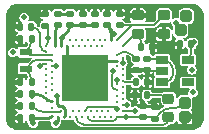
<source format=gtl>
G04 #@! TF.GenerationSoftware,KiCad,Pcbnew,(7.0.0-0)*
G04 #@! TF.CreationDate,2023-11-27T20:18:25+08:00*
G04 #@! TF.ProjectId,Revolute,5265766f-6c75-4746-952e-6b696361645f,rev?*
G04 #@! TF.SameCoordinates,Original*
G04 #@! TF.FileFunction,Copper,L1,Top*
G04 #@! TF.FilePolarity,Positive*
%FSLAX46Y46*%
G04 Gerber Fmt 4.6, Leading zero omitted, Abs format (unit mm)*
G04 Created by KiCad (PCBNEW (7.0.0-0)) date 2023-11-27 20:18:25*
%MOMM*%
%LPD*%
G01*
G04 APERTURE LIST*
G04 Aperture macros list*
%AMRoundRect*
0 Rectangle with rounded corners*
0 $1 Rounding radius*
0 $2 $3 $4 $5 $6 $7 $8 $9 X,Y pos of 4 corners*
0 Add a 4 corners polygon primitive as box body*
4,1,4,$2,$3,$4,$5,$6,$7,$8,$9,$2,$3,0*
0 Add four circle primitives for the rounded corners*
1,1,$1+$1,$2,$3*
1,1,$1+$1,$4,$5*
1,1,$1+$1,$6,$7*
1,1,$1+$1,$8,$9*
0 Add four rect primitives between the rounded corners*
20,1,$1+$1,$2,$3,$4,$5,0*
20,1,$1+$1,$4,$5,$6,$7,0*
20,1,$1+$1,$6,$7,$8,$9,0*
20,1,$1+$1,$8,$9,$2,$3,0*%
G04 Aperture macros list end*
G04 #@! TA.AperFunction,SMDPad,CuDef*
%ADD10RoundRect,0.135000X-0.135000X-0.185000X0.135000X-0.185000X0.135000X0.185000X-0.135000X0.185000X0*%
G04 #@! TD*
G04 #@! TA.AperFunction,SMDPad,CuDef*
%ADD11RoundRect,0.140000X-0.170000X0.140000X-0.170000X-0.140000X0.170000X-0.140000X0.170000X0.140000X0*%
G04 #@! TD*
G04 #@! TA.AperFunction,SMDPad,CuDef*
%ADD12RoundRect,0.140000X0.170000X-0.140000X0.170000X0.140000X-0.170000X0.140000X-0.170000X-0.140000X0*%
G04 #@! TD*
G04 #@! TA.AperFunction,SMDPad,CuDef*
%ADD13RoundRect,0.140000X0.140000X0.170000X-0.140000X0.170000X-0.140000X-0.170000X0.140000X-0.170000X0*%
G04 #@! TD*
G04 #@! TA.AperFunction,SMDPad,CuDef*
%ADD14RoundRect,0.147500X-0.172500X0.147500X-0.172500X-0.147500X0.172500X-0.147500X0.172500X0.147500X0*%
G04 #@! TD*
G04 #@! TA.AperFunction,SMDPad,CuDef*
%ADD15RoundRect,0.250000X0.250000X0.250000X-0.250000X0.250000X-0.250000X-0.250000X0.250000X-0.250000X0*%
G04 #@! TD*
G04 #@! TA.AperFunction,SMDPad,CuDef*
%ADD16RoundRect,0.147500X0.172500X-0.147500X0.172500X0.147500X-0.172500X0.147500X-0.172500X-0.147500X0*%
G04 #@! TD*
G04 #@! TA.AperFunction,SMDPad,CuDef*
%ADD17RoundRect,0.150000X-0.350000X-0.300000X0.350000X-0.300000X0.350000X0.300000X-0.350000X0.300000X0*%
G04 #@! TD*
G04 #@! TA.AperFunction,SMDPad,CuDef*
%ADD18RoundRect,0.140000X-0.140000X-0.170000X0.140000X-0.170000X0.140000X0.170000X-0.140000X0.170000X0*%
G04 #@! TD*
G04 #@! TA.AperFunction,SMDPad,CuDef*
%ADD19C,0.250000*%
G04 #@! TD*
G04 #@! TA.AperFunction,SMDPad,CuDef*
%ADD20R,4.000000X4.000000*%
G04 #@! TD*
G04 #@! TA.AperFunction,SMDPad,CuDef*
%ADD21RoundRect,0.218750X-0.256250X0.218750X-0.256250X-0.218750X0.256250X-0.218750X0.256250X0.218750X0*%
G04 #@! TD*
G04 #@! TA.AperFunction,SMDPad,CuDef*
%ADD22R,1.100000X0.600000*%
G04 #@! TD*
G04 #@! TA.AperFunction,SMDPad,CuDef*
%ADD23R,1.060000X0.650000*%
G04 #@! TD*
G04 #@! TA.AperFunction,ViaPad*
%ADD24C,0.500000*%
G04 #@! TD*
G04 #@! TA.AperFunction,Conductor*
%ADD25C,0.250000*%
G04 #@! TD*
G04 #@! TA.AperFunction,Conductor*
%ADD26C,0.150000*%
G04 #@! TD*
G04 APERTURE END LIST*
D10*
X176940000Y-90100000D03*
X177960000Y-90100000D03*
D11*
X177600000Y-91012132D03*
X177600000Y-91972132D03*
D12*
X169362780Y-84202132D03*
X169362780Y-83242132D03*
D13*
X168182780Y-92042132D03*
X167222780Y-92042132D03*
X168182780Y-89012132D03*
X167222780Y-89012132D03*
X168182780Y-85322132D03*
X167222780Y-85322132D03*
D14*
X170402780Y-83217132D03*
X170402780Y-84187132D03*
D15*
X180810000Y-84600000D03*
X181290000Y-83400000D03*
D12*
X173552780Y-84182132D03*
X173552780Y-83222132D03*
D16*
X171462780Y-84197132D03*
X171462780Y-83227132D03*
D13*
X177970000Y-89000000D03*
X177010000Y-89000000D03*
D17*
X177192780Y-84952132D03*
X179392780Y-84952132D03*
X179392780Y-83352132D03*
X177192780Y-83352132D03*
D11*
X175642780Y-83222132D03*
X175642780Y-84182132D03*
X177980000Y-87000000D03*
X177980000Y-87960000D03*
D13*
X168172780Y-84302132D03*
X167212780Y-84302132D03*
D18*
X167222780Y-90022132D03*
X168182780Y-90022132D03*
D19*
X171437780Y-85417132D03*
X171937780Y-85417132D03*
X172437780Y-85417132D03*
X172937780Y-85417132D03*
X173437780Y-85417132D03*
X173937780Y-85417132D03*
X174437780Y-85417132D03*
X174937780Y-85417132D03*
X175437780Y-85417132D03*
X175937780Y-90917132D03*
X169937780Y-91167132D03*
X170687780Y-91417132D03*
X171687780Y-91417132D03*
X172187780Y-91417132D03*
X172687780Y-91417132D03*
X173187780Y-91417132D03*
X173687780Y-91417132D03*
X174187780Y-91417132D03*
X174687780Y-91417132D03*
X175937780Y-91417132D03*
X169937780Y-91917132D03*
X170437780Y-91917132D03*
X170937780Y-91917132D03*
X171437780Y-91917132D03*
X171937780Y-91917132D03*
X172437780Y-91917132D03*
X172937780Y-91917132D03*
X173437780Y-91917132D03*
X173937780Y-91917132D03*
X174437780Y-91917132D03*
X174937780Y-91917132D03*
X175437780Y-91917132D03*
X169437780Y-85917132D03*
X170187780Y-85917132D03*
X170687780Y-85917132D03*
X171187780Y-85917132D03*
X171687780Y-85917132D03*
X172187780Y-85917132D03*
X172687780Y-85917132D03*
X173187780Y-85917132D03*
X173687780Y-85917132D03*
X174187780Y-85917132D03*
X175937780Y-85917132D03*
X169437780Y-86417132D03*
X169937780Y-86667132D03*
X175437780Y-86667132D03*
X175937780Y-86917132D03*
D20*
X172687779Y-88667131D03*
D19*
X169937780Y-87167132D03*
X175437780Y-87167132D03*
X169437780Y-87417132D03*
X169937780Y-87667132D03*
X175437780Y-87667132D03*
X169437780Y-87917132D03*
X175937780Y-87917132D03*
X169937780Y-88167132D03*
X169437780Y-88417132D03*
X175937780Y-88417132D03*
X169937780Y-88667132D03*
X169437780Y-88917132D03*
X175937780Y-88917132D03*
X169937780Y-89167132D03*
X175437780Y-89167132D03*
X169437780Y-89417132D03*
X175937780Y-89417132D03*
X169937780Y-89667132D03*
X175437780Y-89667132D03*
X169437780Y-89917132D03*
X175937780Y-89917132D03*
X175437780Y-90167132D03*
X169437780Y-90417132D03*
X175937780Y-90417132D03*
X169937780Y-90667132D03*
X175437780Y-90667132D03*
D21*
X179770000Y-90392500D03*
X179770000Y-91967500D03*
D15*
X181160000Y-90730000D03*
D12*
X177060000Y-87980000D03*
X177060000Y-87020000D03*
D15*
X181160000Y-91930000D03*
D11*
X178600000Y-91120000D03*
X178600000Y-92080000D03*
D22*
X167702779Y-86462131D03*
X167702779Y-87862131D03*
D12*
X174602780Y-84182132D03*
X174602780Y-83222132D03*
D18*
X167222780Y-91032132D03*
X168182780Y-91032132D03*
D13*
X178400000Y-86000000D03*
X177440000Y-86000000D03*
D12*
X172502780Y-84172132D03*
X172502780Y-83212132D03*
D23*
X179249999Y-87119999D03*
X179249999Y-88069999D03*
X179249999Y-89019999D03*
X181449999Y-89019999D03*
X181449999Y-87119999D03*
D13*
X181690000Y-85760000D03*
X180730000Y-85760000D03*
D24*
X171700000Y-87700000D03*
X172700000Y-87700000D03*
X166480000Y-92050000D03*
X176270000Y-83220000D03*
X178470000Y-85070000D03*
X166490000Y-85320000D03*
X166490000Y-91020000D03*
X179392780Y-84952132D03*
X173700000Y-87700000D03*
X166490000Y-84300000D03*
X166480000Y-90030000D03*
X166480000Y-89010000D03*
X168180000Y-90150000D03*
X181900000Y-85620000D03*
X175130000Y-84910000D03*
X176170000Y-91910000D03*
X169610000Y-85260000D03*
X175910000Y-87390000D03*
X170730000Y-85290000D03*
X167557188Y-83520000D03*
X179250000Y-87120000D03*
X168320000Y-92480000D03*
X166610000Y-86480000D03*
X170220000Y-92480000D03*
X170300000Y-90160000D03*
X176240000Y-90890000D03*
X175380000Y-91260000D03*
X176960000Y-91430000D03*
X168880000Y-87670000D03*
X181860000Y-89870000D03*
X181760000Y-87960000D03*
X170287132Y-87667132D03*
X175080000Y-88080000D03*
X180420000Y-83980000D03*
X181280000Y-83420000D03*
X175437780Y-88820000D03*
D25*
X171187780Y-85917132D02*
X171187780Y-87167132D01*
X166515320Y-85320000D02*
X166518726Y-85323406D01*
X166490000Y-85320000D02*
X166515320Y-85320000D01*
X173500000Y-87700000D02*
X174032868Y-87167132D01*
X166522132Y-85322132D02*
X167222780Y-85322132D01*
X171187780Y-87167132D02*
X172687780Y-88667132D01*
D26*
X178400000Y-86000000D02*
X178400000Y-85238994D01*
D25*
X167212780Y-84302132D02*
X166492132Y-84302132D01*
X178339584Y-91012132D02*
X177600000Y-91012132D01*
X175642780Y-83222132D02*
X176267868Y-83222132D01*
D26*
X179250000Y-88070000D02*
X178245563Y-88070000D01*
D25*
X167222780Y-90022132D02*
X166487868Y-90022132D01*
X167222780Y-91032132D02*
X166502132Y-91032132D01*
X177192780Y-83352132D02*
X176402132Y-83352132D01*
X173500000Y-87700000D02*
X173500000Y-87854912D01*
X179392780Y-84952132D02*
X178587868Y-84952132D01*
X173500000Y-87854912D02*
X172687780Y-88667132D01*
X167222780Y-89012132D02*
X166482132Y-89012132D01*
X167222780Y-92042132D02*
X166487868Y-92042132D01*
X174032868Y-87167132D02*
X175437780Y-87167132D01*
X166487868Y-90022100D02*
G75*
G03*
X166480000Y-90030000I32J-7900D01*
G01*
X166522136Y-85322120D02*
G75*
G03*
X166518727Y-85323406I-936J-2680D01*
G01*
X176269968Y-83220000D02*
G75*
G03*
X176402132Y-83352132I132132J0D01*
G01*
X176267868Y-83222100D02*
G75*
G03*
X176270000Y-83220000I32J2100D01*
G01*
D26*
X179392780Y-84952120D02*
G75*
G03*
X179828243Y-84771758I20J615820D01*
G01*
D25*
X166487868Y-92042100D02*
G75*
G03*
X166480000Y-92050000I32J-7900D01*
G01*
X166479968Y-89010000D02*
G75*
G03*
X166482132Y-89012132I2132J0D01*
G01*
X178587868Y-84952100D02*
G75*
G03*
X178470000Y-85070000I32J-117900D01*
G01*
X166489968Y-91020000D02*
G75*
G03*
X166502132Y-91032132I12132J0D01*
G01*
X166489968Y-84300000D02*
G75*
G03*
X166492132Y-84302132I2132J0D01*
G01*
D26*
X177980011Y-87959989D02*
G75*
G03*
X178245563Y-88070000I265589J265589D01*
G01*
X178470001Y-85070001D02*
G75*
G03*
X178400000Y-85238994I168999J-168999D01*
G01*
D25*
X178600005Y-91119995D02*
G75*
G03*
X178339584Y-91012132I-260405J-260405D01*
G01*
D26*
X175937780Y-85917132D02*
X176752780Y-85102132D01*
X177440000Y-86000000D02*
X177440000Y-85548973D01*
X176752780Y-85102132D02*
X177192780Y-85102132D01*
X177440007Y-85548973D02*
G75*
G03*
X177192780Y-84952132I-844107J-27D01*
G01*
X178592780Y-84152132D02*
X179392780Y-83352132D01*
X175437780Y-85417132D02*
X176702780Y-84152132D01*
X175642780Y-84182132D02*
X176672780Y-84182132D01*
X176702780Y-84152132D02*
X178592780Y-84152132D01*
X176672780Y-84182132D02*
X176702780Y-84152132D01*
D25*
X168182780Y-90022132D02*
X168484166Y-90022132D01*
D26*
X177545000Y-91917132D02*
X177600000Y-91972132D01*
X168182780Y-90147220D02*
X168182780Y-90022132D01*
X177600000Y-91972132D02*
X176232132Y-91972132D01*
X178492132Y-91972132D02*
X177600000Y-91972132D01*
X173280648Y-92260000D02*
X175094912Y-92260000D01*
X178600000Y-92080000D02*
X179170086Y-91509914D01*
X179870000Y-91220000D02*
X180070274Y-91220000D01*
X174988120Y-84567473D02*
X174602780Y-84182132D01*
X169610000Y-85501357D02*
X169610000Y-85260000D01*
X175437780Y-91917132D02*
X176162868Y-91917132D01*
X181690000Y-86540589D02*
X181690000Y-85760000D01*
X168180000Y-90150000D02*
X168182780Y-90147220D01*
X169610000Y-85260000D02*
X169610000Y-84798973D01*
X181160000Y-90730000D02*
X181094069Y-90795931D01*
D25*
X169511004Y-90490355D02*
X169437780Y-90417132D01*
D26*
X181690000Y-85760000D02*
X181780502Y-85669498D01*
D25*
X174937780Y-84990893D02*
X174937780Y-85417132D01*
D26*
X178600000Y-92080000D02*
X178492132Y-91972132D01*
X169437803Y-85917155D02*
G75*
G03*
X169610000Y-85501357I-415803J415755D01*
G01*
D25*
X169511018Y-90490341D02*
G75*
G03*
X169937780Y-90667132I426782J426741D01*
G01*
D26*
X175094912Y-92259980D02*
G75*
G03*
X175437780Y-91917132I-12J342880D01*
G01*
X172937700Y-91917132D02*
G75*
G03*
X173280648Y-92260000I342900J32D01*
G01*
X176169968Y-91910000D02*
G75*
G03*
X176232132Y-91972132I62132J0D01*
G01*
D25*
X177599988Y-91972144D02*
G75*
G03*
X177467219Y-91917132I-132788J-132756D01*
G01*
D26*
X181900000Y-85620002D02*
G75*
G03*
X181780502Y-85669498I0J-168998D01*
G01*
D25*
X174937779Y-84990893D02*
G75*
G03*
X174602780Y-84182132I-1143779J-7D01*
G01*
D26*
X169610007Y-84798973D02*
G75*
G03*
X169362780Y-84202132I-844107J-27D01*
G01*
X176162868Y-91917100D02*
G75*
G03*
X176170000Y-91910000I32J7100D01*
G01*
D25*
X169437788Y-90417124D02*
G75*
G03*
X168484166Y-90022132I-953588J-953576D01*
G01*
D26*
X180070274Y-91219971D02*
G75*
G03*
X181094068Y-90795930I26J1447871D01*
G01*
X181450003Y-87120003D02*
G75*
G03*
X181690000Y-86540589I-579403J579403D01*
G01*
X175130001Y-84910000D02*
G75*
G03*
X174988120Y-84567473I-484401J0D01*
G01*
X179870000Y-91219992D02*
G75*
G03*
X179170086Y-91509914I0J-989808D01*
G01*
X168690000Y-84540000D02*
X168649664Y-84499664D01*
X168940000Y-85919352D02*
X168940000Y-85143553D01*
X168940068Y-85919352D02*
G75*
G03*
X169437780Y-86417132I497732J-48D01*
G01*
X168940019Y-85143553D02*
G75*
G03*
X168690000Y-84540000I-853619J-47D01*
G01*
X168649664Y-84499664D02*
G75*
G03*
X168172780Y-84302132I-476864J-476836D01*
G01*
X177010000Y-89000000D02*
X176137841Y-89000000D01*
X175937765Y-88917147D02*
G75*
G03*
X176137841Y-89000000I200035J200047D01*
G01*
X175910000Y-86944912D02*
X175937780Y-86917132D01*
X175910000Y-87390000D02*
X175910000Y-86944912D01*
D25*
X171300083Y-84589917D02*
X170821924Y-85068076D01*
X173552780Y-84182132D02*
X171498993Y-84182132D01*
X170687780Y-85917132D02*
X170687780Y-85332220D01*
X171300067Y-84589901D02*
G75*
G03*
X171462780Y-84197132I-392767J392801D01*
G01*
X170730000Y-85289980D02*
G75*
G03*
X170687780Y-85332220I0J-42220D01*
G01*
X170821934Y-85068086D02*
G75*
G03*
X170730000Y-85290000I221866J-221914D01*
G01*
X171498993Y-84182114D02*
G75*
G03*
X171462780Y-84197132I7J-51186D01*
G01*
D26*
X176729203Y-86689203D02*
X177060000Y-87020000D01*
X175913698Y-86470000D02*
X176200000Y-86470000D01*
X176729202Y-86689204D02*
G75*
G03*
X176200000Y-86470000I-529202J-529196D01*
G01*
X175913698Y-86469985D02*
G75*
G03*
X175437781Y-86667133I2J-673015D01*
G01*
X169937780Y-86667132D02*
X169868269Y-86736643D01*
X167689470Y-86448823D02*
X167702780Y-86462132D01*
X167702780Y-86462132D02*
X167716089Y-86448823D01*
X169868269Y-86736643D02*
X168365508Y-86736643D01*
X167702775Y-86462137D02*
G75*
G03*
X168365508Y-86736643I662725J662737D01*
G01*
X167716073Y-86448807D02*
G75*
G03*
X168182780Y-85322132I-1126673J1126707D01*
G01*
X167709018Y-87868371D02*
X167702780Y-87862132D01*
X167696542Y-87868371D02*
X167702780Y-87862132D01*
X169751567Y-87090000D02*
X168670000Y-87090000D01*
X168336964Y-87227948D02*
X167702780Y-87862132D01*
X168670000Y-87090005D02*
G75*
G03*
X168336964Y-87227948I0J-470995D01*
G01*
X168182769Y-89012132D02*
G75*
G03*
X167709018Y-87868371I-1617469J32D01*
G01*
X169937787Y-87167125D02*
G75*
G03*
X169751567Y-87090000I-186187J-186175D01*
G01*
D25*
X168182780Y-92342780D02*
X168182780Y-92042132D01*
D26*
X180170000Y-88197738D02*
X180170000Y-88030000D01*
X179260000Y-87120000D02*
X179250000Y-87120000D01*
D25*
X169636004Y-92042132D02*
X168182780Y-92042132D01*
D26*
X178960295Y-87000000D02*
X177980000Y-87000000D01*
X179250000Y-89020000D02*
X179347738Y-89020000D01*
D25*
X168320000Y-92480000D02*
X168182780Y-92342780D01*
D26*
X179347738Y-89020000D02*
G75*
G03*
X180170000Y-88197738I-38J822300D01*
G01*
D25*
X169636004Y-92042147D02*
G75*
G03*
X169937780Y-91917132I-4J426747D01*
G01*
D26*
X180170000Y-88030000D02*
G75*
G03*
X179260000Y-87120000I-910000J0D01*
G01*
X179250002Y-87119998D02*
G75*
G03*
X178960295Y-87000000I-289702J-289702D01*
G01*
X170562780Y-91542132D02*
X169414028Y-91542132D01*
X170687780Y-91417132D02*
X170562780Y-91542132D01*
X168182769Y-91032143D02*
G75*
G03*
X169414028Y-91542132I1231231J1231243D01*
G01*
X179344430Y-92590000D02*
X172610648Y-92590000D01*
X179770000Y-91967500D02*
X179770000Y-92164430D01*
X179344430Y-92590000D02*
G75*
G03*
X179770000Y-92164430I-30J425600D01*
G01*
X171937700Y-91917132D02*
G75*
G03*
X172610648Y-92590000I672900J32D01*
G01*
X179063843Y-90100000D02*
X177960000Y-90100000D01*
X179769988Y-90392512D02*
G75*
G03*
X179063843Y-90100000I-706188J-706188D01*
G01*
D25*
X170437780Y-92192220D02*
X170437780Y-91917132D01*
X170437780Y-92192220D02*
X170437780Y-92262220D01*
X170220000Y-92479980D02*
G75*
G03*
X170437780Y-92262220I0J217780D01*
G01*
X171462780Y-83227132D02*
X170426922Y-83227132D01*
X170402771Y-83217141D02*
G75*
G03*
X170426922Y-83227132I24129J24141D01*
G01*
X171057291Y-91264074D02*
X171057291Y-91797621D01*
X170467101Y-90980000D02*
X170773217Y-90980000D01*
X170359731Y-90872630D02*
X170467101Y-90980000D01*
X170773217Y-90980000D02*
X171057291Y-91264074D01*
X170359731Y-90219731D02*
X170359731Y-90872630D01*
X171057291Y-91797621D02*
X170937780Y-91917132D01*
X170300000Y-90160000D02*
X170359731Y-90219731D01*
X170187780Y-85917132D02*
X170187780Y-84706187D01*
X170402793Y-84187145D02*
G75*
G03*
X170187780Y-84706187I519007J-519055D01*
G01*
D26*
X176240000Y-90890000D02*
X176212868Y-90917132D01*
X176212868Y-90917132D02*
X175937780Y-90917132D01*
X175237132Y-91117132D02*
X172987780Y-91117132D01*
X175380000Y-91260000D02*
X175237132Y-91117132D01*
X172987780Y-91117132D02*
X172687780Y-91417132D01*
X176960000Y-91430000D02*
X176947132Y-91417132D01*
X176947132Y-91417132D02*
X175937780Y-91417132D01*
X169132868Y-87417132D02*
X169437780Y-87417132D01*
X168880000Y-87670000D02*
X169132868Y-87417132D01*
X170287132Y-87667132D02*
X169937780Y-87667132D01*
X174960000Y-88790000D02*
X174960000Y-89189352D01*
X175080000Y-88221304D02*
X175070444Y-88230860D01*
X174960000Y-88503202D02*
X174960000Y-88790000D01*
X175080000Y-88080000D02*
X175080000Y-88221304D01*
X175070455Y-88230871D02*
G75*
G03*
X174960000Y-88503202I305145J-282329D01*
G01*
X174960068Y-89189352D02*
G75*
G03*
X175437780Y-89667132I477732J-48D01*
G01*
X175437780Y-88820000D02*
X175437780Y-89167132D01*
G04 #@! TA.AperFunction,Conductor*
G36*
X179067442Y-90325855D02*
G01*
X179077754Y-90326871D01*
X179111610Y-90338984D01*
X179135762Y-90365629D01*
X179144500Y-90400514D01*
X179144500Y-90643623D01*
X179144500Y-90643636D01*
X179144501Y-90646294D01*
X179154957Y-90718067D01*
X179209081Y-90828780D01*
X179296220Y-90915919D01*
X179385654Y-90959640D01*
X179415765Y-90986676D01*
X179427151Y-91025509D01*
X179416409Y-91064524D01*
X179386750Y-91092055D01*
X179235610Y-91169066D01*
X179235601Y-91169071D01*
X179233025Y-91170384D01*
X179230692Y-91172078D01*
X179230679Y-91172087D01*
X179080614Y-91281120D01*
X179080607Y-91281125D01*
X179078263Y-91282829D01*
X179062766Y-91298326D01*
X179038762Y-91314367D01*
X179010442Y-91320000D01*
X178474000Y-91320000D01*
X178437000Y-91310086D01*
X178409914Y-91283000D01*
X178400000Y-91246000D01*
X178400000Y-90910257D01*
X178800000Y-90910257D01*
X178802059Y-90917940D01*
X178809743Y-90920000D01*
X179047594Y-90920000D01*
X179055499Y-90917717D01*
X179056357Y-90912581D01*
X179054937Y-90907360D01*
X179016161Y-90819541D01*
X179008545Y-90808424D01*
X178941575Y-90741454D01*
X178930458Y-90733838D01*
X178842637Y-90695060D01*
X178832016Y-90692171D01*
X178815426Y-90690246D01*
X178811155Y-90690000D01*
X178809743Y-90690000D01*
X178802059Y-90692059D01*
X178800000Y-90699743D01*
X178800000Y-90910257D01*
X178400000Y-90910257D01*
X178400000Y-90699743D01*
X178397940Y-90692059D01*
X178390257Y-90690000D01*
X178388845Y-90690000D01*
X178384573Y-90690246D01*
X178367983Y-90692171D01*
X178357362Y-90695060D01*
X178269541Y-90733838D01*
X178258424Y-90741454D01*
X178191454Y-90808424D01*
X178185922Y-90816500D01*
X178156317Y-90841664D01*
X178118044Y-90848361D01*
X178081654Y-90834744D01*
X178057179Y-90804568D01*
X178016161Y-90711673D01*
X178008545Y-90700556D01*
X178004814Y-90696825D01*
X177984562Y-90658936D01*
X177988773Y-90616180D01*
X178016028Y-90582970D01*
X178057139Y-90570499D01*
X178137622Y-90570499D01*
X178161498Y-90567730D01*
X178259141Y-90524616D01*
X178334616Y-90449141D01*
X178369733Y-90369608D01*
X178397029Y-90337500D01*
X178437428Y-90325500D01*
X179060200Y-90325500D01*
X179067442Y-90325855D01*
G37*
G04 #@! TD.AperFunction*
G04 #@! TA.AperFunction,Conductor*
G36*
X181773222Y-82360782D02*
G01*
X181812078Y-82364181D01*
X181935374Y-82374968D01*
X181948067Y-82377205D01*
X182102177Y-82418498D01*
X182114297Y-82422910D01*
X182258889Y-82490335D01*
X182270050Y-82496779D01*
X182400734Y-82588285D01*
X182410615Y-82596576D01*
X182523423Y-82709384D01*
X182531714Y-82719265D01*
X182554550Y-82751878D01*
X182608918Y-82829524D01*
X182623217Y-82849944D01*
X182629667Y-82861115D01*
X182697089Y-83005703D01*
X182701501Y-83017824D01*
X182742792Y-83171924D01*
X182745031Y-83184627D01*
X182759218Y-83346777D01*
X182759500Y-83353227D01*
X182759500Y-92046773D01*
X182759218Y-92053223D01*
X182745031Y-92215372D01*
X182742792Y-92228075D01*
X182701501Y-92382175D01*
X182697089Y-92394296D01*
X182629667Y-92538884D01*
X182623217Y-92550055D01*
X182531714Y-92680734D01*
X182523423Y-92690615D01*
X182410615Y-92803423D01*
X182400734Y-92811714D01*
X182270055Y-92903217D01*
X182258884Y-92909667D01*
X182114296Y-92977089D01*
X182102175Y-92981501D01*
X181948075Y-93022792D01*
X181935372Y-93025031D01*
X181773223Y-93039218D01*
X181766773Y-93039500D01*
X167003227Y-93039500D01*
X166996777Y-93039218D01*
X166834627Y-93025031D01*
X166821924Y-93022792D01*
X166667824Y-92981501D01*
X166655703Y-92977089D01*
X166511115Y-92909667D01*
X166499944Y-92903217D01*
X166474630Y-92885492D01*
X166421651Y-92848395D01*
X166369265Y-92811714D01*
X166359384Y-92803423D01*
X166246576Y-92690615D01*
X166238285Y-92680734D01*
X166190434Y-92612396D01*
X166146779Y-92550050D01*
X166140335Y-92538889D01*
X166072910Y-92394296D01*
X166068498Y-92382175D01*
X166067687Y-92379148D01*
X166033963Y-92253287D01*
X166792780Y-92253287D01*
X166793026Y-92257558D01*
X166794951Y-92274148D01*
X166797840Y-92284769D01*
X166836618Y-92372590D01*
X166844234Y-92383707D01*
X166911204Y-92450677D01*
X166922321Y-92458293D01*
X167010140Y-92497069D01*
X167015361Y-92498489D01*
X167020497Y-92497631D01*
X167022780Y-92489726D01*
X167022780Y-92251875D01*
X167020720Y-92244191D01*
X167013037Y-92242132D01*
X166802523Y-92242132D01*
X166794839Y-92244191D01*
X166792780Y-92251875D01*
X166792780Y-92253287D01*
X166033963Y-92253287D01*
X166027205Y-92228067D01*
X166024968Y-92215371D01*
X166023326Y-92196607D01*
X166010782Y-92053222D01*
X166010500Y-92046773D01*
X166010500Y-88802389D01*
X166792780Y-88802389D01*
X166794839Y-88810072D01*
X166802523Y-88812132D01*
X167013037Y-88812132D01*
X167020720Y-88810072D01*
X167022780Y-88802389D01*
X167022780Y-88564538D01*
X167020497Y-88556632D01*
X167015361Y-88555774D01*
X167010140Y-88557194D01*
X166922321Y-88595970D01*
X166911204Y-88603586D01*
X166844234Y-88670556D01*
X166836618Y-88681673D01*
X166797840Y-88769494D01*
X166794951Y-88780115D01*
X166793026Y-88796705D01*
X166792780Y-88800977D01*
X166792780Y-88802389D01*
X166010500Y-88802389D01*
X166010500Y-86480000D01*
X166204508Y-86480000D01*
X166205419Y-86485752D01*
X166220958Y-86583867D01*
X166224354Y-86605304D01*
X166281950Y-86718342D01*
X166371658Y-86808050D01*
X166484696Y-86865646D01*
X166610000Y-86885492D01*
X166735304Y-86865646D01*
X166848342Y-86808050D01*
X166884005Y-86772386D01*
X166918347Y-86752931D01*
X166957808Y-86753898D01*
X166991157Y-86775014D01*
X167008907Y-86810270D01*
X167009590Y-86813705D01*
X167009591Y-86813709D01*
X167011013Y-86820854D01*
X167044276Y-86870636D01*
X167094058Y-86903899D01*
X167137960Y-86912632D01*
X168017245Y-86912632D01*
X168040110Y-86916253D01*
X168093234Y-86933514D01*
X168139068Y-86940773D01*
X168175548Y-86957589D01*
X168197868Y-86990987D01*
X168199450Y-87031125D01*
X168179829Y-87066177D01*
X168177528Y-87068479D01*
X168177515Y-87068492D01*
X168145803Y-87100201D01*
X168145795Y-87100211D01*
X167856049Y-87389958D01*
X167832042Y-87405999D01*
X167803723Y-87411632D01*
X167137960Y-87411632D01*
X167134391Y-87412341D01*
X167134390Y-87412342D01*
X167101204Y-87418943D01*
X167101201Y-87418943D01*
X167094058Y-87420365D01*
X167088000Y-87424412D01*
X167087999Y-87424413D01*
X167050336Y-87449578D01*
X167050333Y-87449580D01*
X167044276Y-87453628D01*
X167040228Y-87459685D01*
X167040226Y-87459688D01*
X167015061Y-87497351D01*
X167011013Y-87503410D01*
X167009591Y-87510553D01*
X167009591Y-87510556D01*
X167008647Y-87515304D01*
X167002280Y-87547312D01*
X167002280Y-88176952D01*
X167011013Y-88220854D01*
X167044276Y-88270636D01*
X167094058Y-88303899D01*
X167137960Y-88312632D01*
X167723046Y-88312632D01*
X167762123Y-88323791D01*
X167789415Y-88353903D01*
X167849171Y-88475077D01*
X167852875Y-88484020D01*
X167872850Y-88542867D01*
X167874844Y-88583457D01*
X167855103Y-88618978D01*
X167803817Y-88670263D01*
X167803810Y-88670272D01*
X167798967Y-88675116D01*
X167796198Y-88681385D01*
X167796195Y-88681391D01*
X167770200Y-88740263D01*
X167742904Y-88772372D01*
X167702505Y-88784372D01*
X167662107Y-88772371D01*
X167634811Y-88740262D01*
X167608942Y-88681675D01*
X167601325Y-88670556D01*
X167534355Y-88603586D01*
X167523238Y-88595970D01*
X167435419Y-88557194D01*
X167430198Y-88555774D01*
X167425062Y-88556632D01*
X167422780Y-88564538D01*
X167422780Y-89138132D01*
X167412866Y-89175132D01*
X167385780Y-89202218D01*
X167348780Y-89212132D01*
X166802523Y-89212132D01*
X166794839Y-89214191D01*
X166792780Y-89221875D01*
X166792780Y-89223287D01*
X166793026Y-89227558D01*
X166794951Y-89244148D01*
X166797840Y-89254769D01*
X166836618Y-89342590D01*
X166844234Y-89353707D01*
X166911204Y-89420677D01*
X166922325Y-89428296D01*
X166970206Y-89449438D01*
X167002315Y-89476734D01*
X167014315Y-89517132D01*
X167002315Y-89557530D01*
X166970206Y-89584826D01*
X166922325Y-89605967D01*
X166911204Y-89613586D01*
X166844234Y-89680556D01*
X166836618Y-89691673D01*
X166797840Y-89779494D01*
X166794951Y-89790115D01*
X166793026Y-89806705D01*
X166792780Y-89810977D01*
X166792780Y-89812389D01*
X166794839Y-89820072D01*
X166802523Y-89822132D01*
X167348780Y-89822132D01*
X167385780Y-89832046D01*
X167412866Y-89859132D01*
X167422780Y-89896132D01*
X167422780Y-90148132D01*
X167412866Y-90185132D01*
X167385780Y-90212218D01*
X167348780Y-90222132D01*
X166802523Y-90222132D01*
X166794839Y-90224191D01*
X166792780Y-90231875D01*
X166792780Y-90233287D01*
X166793026Y-90237558D01*
X166794951Y-90254148D01*
X166797840Y-90264769D01*
X166836618Y-90352590D01*
X166844234Y-90363707D01*
X166911204Y-90430677D01*
X166922325Y-90438296D01*
X166970206Y-90459438D01*
X167002315Y-90486734D01*
X167014315Y-90527132D01*
X167002315Y-90567530D01*
X166970206Y-90594826D01*
X166922325Y-90615967D01*
X166911204Y-90623586D01*
X166844234Y-90690556D01*
X166836618Y-90701673D01*
X166797840Y-90789494D01*
X166794951Y-90800115D01*
X166793026Y-90816705D01*
X166792780Y-90820977D01*
X166792780Y-90822389D01*
X166794839Y-90830072D01*
X166802523Y-90832132D01*
X167348780Y-90832132D01*
X167385780Y-90842046D01*
X167412866Y-90869132D01*
X167422780Y-90906132D01*
X167422780Y-91158132D01*
X167412866Y-91195132D01*
X167385780Y-91222218D01*
X167348780Y-91232132D01*
X166802523Y-91232132D01*
X166794839Y-91234191D01*
X166792780Y-91241875D01*
X166792780Y-91243287D01*
X166793026Y-91247558D01*
X166794951Y-91264148D01*
X166797840Y-91274769D01*
X166836618Y-91362590D01*
X166844234Y-91373707D01*
X166911204Y-91440677D01*
X166922325Y-91448296D01*
X166970206Y-91469438D01*
X167002315Y-91496734D01*
X167014315Y-91537132D01*
X167002315Y-91577530D01*
X166970206Y-91604826D01*
X166922325Y-91625967D01*
X166911204Y-91633586D01*
X166844234Y-91700556D01*
X166836618Y-91711673D01*
X166797840Y-91799494D01*
X166794951Y-91810115D01*
X166793026Y-91826705D01*
X166792780Y-91830977D01*
X166792780Y-91832389D01*
X166794839Y-91840072D01*
X166802523Y-91842132D01*
X167348780Y-91842132D01*
X167385780Y-91852046D01*
X167412866Y-91879132D01*
X167422780Y-91916132D01*
X167422780Y-92489726D01*
X167425062Y-92497631D01*
X167430198Y-92498489D01*
X167435419Y-92497069D01*
X167523238Y-92458293D01*
X167534355Y-92450677D01*
X167601325Y-92383707D01*
X167608942Y-92372589D01*
X167634811Y-92314001D01*
X167662107Y-92281892D01*
X167702505Y-92269891D01*
X167742904Y-92281891D01*
X167770200Y-92314000D01*
X167796195Y-92372872D01*
X167796197Y-92372875D01*
X167798967Y-92379148D01*
X167875764Y-92455945D01*
X167882036Y-92458714D01*
X167887694Y-92462590D01*
X167886581Y-92464213D01*
X167905159Y-92478766D01*
X167919633Y-92512359D01*
X167933442Y-92599548D01*
X167933442Y-92599550D01*
X167934354Y-92605304D01*
X167991950Y-92718342D01*
X168081658Y-92808050D01*
X168194696Y-92865646D01*
X168320000Y-92885492D01*
X168445304Y-92865646D01*
X168558342Y-92808050D01*
X168648050Y-92718342D01*
X168705646Y-92605304D01*
X168725492Y-92480000D01*
X168713329Y-92403206D01*
X168718816Y-92361534D01*
X168746115Y-92329570D01*
X168786418Y-92317632D01*
X169587429Y-92317632D01*
X169635952Y-92317632D01*
X169636007Y-92317639D01*
X169636007Y-92317647D01*
X169705178Y-92317646D01*
X169730864Y-92312536D01*
X169740476Y-92310624D01*
X169786772Y-92316409D01*
X169820404Y-92348744D01*
X169828005Y-92394776D01*
X169815419Y-92474247D01*
X169814508Y-92480000D01*
X169815419Y-92485752D01*
X169833442Y-92599548D01*
X169833442Y-92599550D01*
X169834354Y-92605304D01*
X169891950Y-92718342D01*
X169981658Y-92808050D01*
X170094696Y-92865646D01*
X170220000Y-92885492D01*
X170345304Y-92865646D01*
X170458342Y-92808050D01*
X170548050Y-92718342D01*
X170605646Y-92605304D01*
X170609611Y-92580266D01*
X170624848Y-92545698D01*
X170640299Y-92526326D01*
X170688533Y-92426185D01*
X170713275Y-92317821D01*
X170713277Y-92289365D01*
X170713280Y-92289353D01*
X170713280Y-92256212D01*
X170713281Y-92236905D01*
X170723810Y-92198867D01*
X170752397Y-92171650D01*
X170790909Y-92163001D01*
X170816772Y-92171543D01*
X170817491Y-92169809D01*
X170824226Y-92172598D01*
X170830285Y-92176647D01*
X170937780Y-92198029D01*
X171045275Y-92176647D01*
X171051369Y-92172574D01*
X171051526Y-92172471D01*
X171051960Y-92172339D01*
X171058069Y-92169809D01*
X171058318Y-92170410D01*
X171092637Y-92160000D01*
X171282923Y-92160000D01*
X171317241Y-92170410D01*
X171317491Y-92169809D01*
X171323599Y-92172339D01*
X171324034Y-92172471D01*
X171324223Y-92172597D01*
X171324224Y-92172597D01*
X171330285Y-92176647D01*
X171437780Y-92198029D01*
X171545275Y-92176647D01*
X171551369Y-92172574D01*
X171551526Y-92172471D01*
X171551960Y-92172339D01*
X171558069Y-92169809D01*
X171558318Y-92170410D01*
X171592637Y-92160000D01*
X171689343Y-92160000D01*
X171730454Y-92172470D01*
X171757708Y-92205677D01*
X171814472Y-92342696D01*
X171912800Y-92489837D01*
X171915362Y-92492399D01*
X171915364Y-92492401D01*
X172035373Y-92612396D01*
X172035376Y-92612399D01*
X172037946Y-92614968D01*
X172185099Y-92713279D01*
X172348604Y-92780993D01*
X172522178Y-92815506D01*
X172610664Y-92815500D01*
X179299581Y-92815500D01*
X179299584Y-92815500D01*
X179299591Y-92815503D01*
X179344446Y-92815500D01*
X179368132Y-92815500D01*
X179368138Y-92815498D01*
X179417801Y-92815496D01*
X179560830Y-92782843D01*
X179693009Y-92719184D01*
X179807711Y-92627711D01*
X179817873Y-92614968D01*
X179843080Y-92583361D01*
X179868828Y-92562827D01*
X179900935Y-92555499D01*
X180058623Y-92555499D01*
X180061294Y-92555499D01*
X180133067Y-92545043D01*
X180243780Y-92490919D01*
X180330919Y-92403780D01*
X180385043Y-92293067D01*
X180386063Y-92293565D01*
X180408879Y-92261299D01*
X180452487Y-92246685D01*
X180496306Y-92260655D01*
X180523409Y-92297812D01*
X180527479Y-92310338D01*
X180579713Y-92412852D01*
X180586478Y-92422164D01*
X180667835Y-92503521D01*
X180677147Y-92510286D01*
X180779658Y-92562518D01*
X180790607Y-92566076D01*
X180875646Y-92579544D01*
X180881428Y-92580000D01*
X180950257Y-92580000D01*
X180957940Y-92577940D01*
X180960000Y-92570257D01*
X180960000Y-92570256D01*
X181360000Y-92570256D01*
X181362059Y-92577939D01*
X181369743Y-92579999D01*
X181438571Y-92579999D01*
X181444354Y-92579543D01*
X181529393Y-92566076D01*
X181540340Y-92562519D01*
X181642852Y-92510286D01*
X181652164Y-92503521D01*
X181733521Y-92422164D01*
X181740286Y-92412852D01*
X181792518Y-92310341D01*
X181796076Y-92299392D01*
X181809544Y-92214353D01*
X181810000Y-92208572D01*
X181810000Y-92139743D01*
X181807940Y-92132059D01*
X181800257Y-92130000D01*
X181369743Y-92130000D01*
X181362059Y-92132059D01*
X181360000Y-92139743D01*
X181360000Y-92570256D01*
X180960000Y-92570256D01*
X180960000Y-91804000D01*
X180969914Y-91767000D01*
X180997000Y-91739914D01*
X181034000Y-91730000D01*
X181800256Y-91730000D01*
X181807939Y-91727940D01*
X181809999Y-91720257D01*
X181809999Y-91651429D01*
X181809543Y-91645645D01*
X181796076Y-91560606D01*
X181792519Y-91549659D01*
X181740286Y-91447147D01*
X181733521Y-91437835D01*
X181678365Y-91382679D01*
X181659212Y-91349506D01*
X181659212Y-91311200D01*
X181678365Y-91278027D01*
X181696501Y-91259891D01*
X181738050Y-91218342D01*
X181795646Y-91105304D01*
X181810500Y-91011519D01*
X181810499Y-90448482D01*
X181800577Y-90385833D01*
X181796511Y-90360156D01*
X181801998Y-90318482D01*
X181829297Y-90286519D01*
X181860292Y-90277337D01*
X181860000Y-90275492D01*
X181985304Y-90255646D01*
X182098342Y-90198050D01*
X182188050Y-90108342D01*
X182245646Y-89995304D01*
X182265492Y-89870000D01*
X182245646Y-89744696D01*
X182188050Y-89631658D01*
X182099960Y-89543568D01*
X182078642Y-89498495D01*
X182090757Y-89450131D01*
X182121767Y-89403722D01*
X182130500Y-89359820D01*
X182130500Y-88680180D01*
X182121767Y-88636278D01*
X182088504Y-88586496D01*
X182038722Y-88553233D01*
X182031576Y-88551811D01*
X182031575Y-88551811D01*
X181998389Y-88545210D01*
X181994820Y-88544500D01*
X180905180Y-88544500D01*
X180901611Y-88545209D01*
X180901610Y-88545210D01*
X180868424Y-88551811D01*
X180868421Y-88551811D01*
X180861278Y-88553233D01*
X180855220Y-88557280D01*
X180855219Y-88557281D01*
X180817556Y-88582446D01*
X180817553Y-88582448D01*
X180811496Y-88586496D01*
X180807448Y-88592553D01*
X180807446Y-88592556D01*
X180789792Y-88618978D01*
X180778233Y-88636278D01*
X180776811Y-88643421D01*
X180776811Y-88643424D01*
X180771472Y-88670267D01*
X180769500Y-88680180D01*
X180769500Y-89359820D01*
X180778233Y-89403722D01*
X180811496Y-89453504D01*
X180861278Y-89486767D01*
X180905180Y-89495500D01*
X181489456Y-89495500D01*
X181530568Y-89507971D01*
X181557823Y-89541181D01*
X181562034Y-89583937D01*
X181541782Y-89621826D01*
X181536069Y-89627538D01*
X181536066Y-89627541D01*
X181531950Y-89631658D01*
X181529305Y-89636847D01*
X181529304Y-89636850D01*
X181492532Y-89709019D01*
X181474354Y-89744696D01*
X181473442Y-89750447D01*
X181473442Y-89750451D01*
X181460920Y-89829515D01*
X181454508Y-89870000D01*
X181455419Y-89875752D01*
X181474135Y-89993924D01*
X181468648Y-90035599D01*
X181441349Y-90067562D01*
X181401046Y-90079500D01*
X180881391Y-90079500D01*
X180881378Y-90079500D01*
X180878482Y-90079501D01*
X180875609Y-90079955D01*
X180875608Y-90079956D01*
X180790450Y-90093442D01*
X180790445Y-90093443D01*
X180784696Y-90094354D01*
X180779508Y-90096997D01*
X180779503Y-90096999D01*
X180676850Y-90149304D01*
X180676847Y-90149305D01*
X180671658Y-90151950D01*
X180667541Y-90156066D01*
X180667538Y-90156069D01*
X180586069Y-90237538D01*
X180586066Y-90237541D01*
X180581950Y-90241658D01*
X180579306Y-90246845D01*
X180579305Y-90246848D01*
X180535433Y-90332952D01*
X180500479Y-90366559D01*
X180452224Y-90371311D01*
X180411385Y-90345169D01*
X180395499Y-90299356D01*
X180395499Y-90141377D01*
X180395499Y-90138706D01*
X180385043Y-90066933D01*
X180330919Y-89956220D01*
X180243780Y-89869081D01*
X180201685Y-89848502D01*
X180138227Y-89817479D01*
X180138223Y-89817478D01*
X180133067Y-89814957D01*
X180127388Y-89814129D01*
X180127383Y-89814128D01*
X180063949Y-89804886D01*
X180063939Y-89804885D01*
X180061295Y-89804500D01*
X180058611Y-89804500D01*
X179481376Y-89804500D01*
X179481362Y-89804500D01*
X179478706Y-89804501D01*
X179476063Y-89804885D01*
X179476063Y-89804886D01*
X179434253Y-89810977D01*
X179406933Y-89814957D01*
X179401771Y-89817480D01*
X179401766Y-89817482D01*
X179301728Y-89866387D01*
X179301722Y-89866391D01*
X179296220Y-89869081D01*
X179291885Y-89873415D01*
X179291379Y-89873777D01*
X179265356Y-89885578D01*
X179236803Y-89886640D01*
X179163063Y-89874958D01*
X179163056Y-89874957D01*
X179160194Y-89874504D01*
X179157296Y-89874503D01*
X179157286Y-89874503D01*
X179111781Y-89874501D01*
X179111779Y-89874501D01*
X179111775Y-89874500D01*
X179111762Y-89874500D01*
X179063853Y-89874500D01*
X179019010Y-89874498D01*
X179018998Y-89874498D01*
X179018993Y-89874499D01*
X179018991Y-89874500D01*
X178437428Y-89874500D01*
X178397029Y-89862500D01*
X178369733Y-89830391D01*
X178364032Y-89817479D01*
X178334616Y-89750859D01*
X178259141Y-89675384D01*
X178252868Y-89672614D01*
X178166586Y-89634516D01*
X178166582Y-89634515D01*
X178161498Y-89632270D01*
X178155977Y-89631629D01*
X178155972Y-89631628D01*
X178139751Y-89629746D01*
X178139735Y-89629745D01*
X178137623Y-89629500D01*
X178135479Y-89629500D01*
X177784523Y-89629500D01*
X177784505Y-89629500D01*
X177782378Y-89629501D01*
X177780252Y-89629747D01*
X177780244Y-89629748D01*
X177764033Y-89631628D01*
X177764029Y-89631628D01*
X177758502Y-89632270D01*
X177753413Y-89634516D01*
X177753409Y-89634518D01*
X177667131Y-89672614D01*
X177667128Y-89672615D01*
X177660859Y-89675384D01*
X177656013Y-89680229D01*
X177656010Y-89680232D01*
X177590232Y-89746010D01*
X177590229Y-89746013D01*
X177585384Y-89750859D01*
X177582615Y-89757128D01*
X177582614Y-89757131D01*
X177544516Y-89843413D01*
X177544514Y-89843419D01*
X177542270Y-89848502D01*
X177541629Y-89854020D01*
X177541628Y-89854027D01*
X177539746Y-89870248D01*
X177539745Y-89870265D01*
X177539500Y-89872377D01*
X177539500Y-89874519D01*
X177539500Y-89874520D01*
X177539500Y-90325476D01*
X177539500Y-90325493D01*
X177539501Y-90327622D01*
X177539747Y-90329748D01*
X177539748Y-90329755D01*
X177541615Y-90345855D01*
X177542270Y-90351498D01*
X177544517Y-90356587D01*
X177544518Y-90356590D01*
X177580780Y-90438715D01*
X177585384Y-90449141D01*
X177660859Y-90524616D01*
X177753409Y-90565481D01*
X177755891Y-90566577D01*
X177788000Y-90593873D01*
X177800000Y-90634272D01*
X177800000Y-91138132D01*
X177790086Y-91175132D01*
X177763000Y-91202218D01*
X177726000Y-91212132D01*
X177339176Y-91212132D01*
X177310857Y-91206499D01*
X177286850Y-91190458D01*
X177202461Y-91106069D01*
X177198342Y-91101950D01*
X177085304Y-91044354D01*
X177079550Y-91043442D01*
X177079548Y-91043442D01*
X176965752Y-91025419D01*
X176960000Y-91024508D01*
X176954248Y-91025419D01*
X176840451Y-91043442D01*
X176840447Y-91043442D01*
X176834696Y-91044354D01*
X176730887Y-91097247D01*
X176688593Y-91104799D01*
X176649229Y-91087577D01*
X176626069Y-91051388D01*
X176626780Y-91015483D01*
X176625646Y-91015304D01*
X176644581Y-90895752D01*
X176645492Y-90890000D01*
X176625646Y-90764696D01*
X176568050Y-90651658D01*
X176561938Y-90645546D01*
X176560942Y-90643425D01*
X176560507Y-90642826D01*
X176560621Y-90642742D01*
X176540580Y-90600048D01*
X176553214Y-90551400D01*
X176594013Y-90522045D01*
X176644155Y-90525525D01*
X176733528Y-90564987D01*
X176734773Y-90565326D01*
X176737717Y-90564834D01*
X176740000Y-90556928D01*
X177140000Y-90556928D01*
X177142282Y-90564834D01*
X177158952Y-90567621D01*
X177195169Y-90584648D01*
X177217225Y-90618041D01*
X177218669Y-90658035D01*
X177199078Y-90692932D01*
X177191454Y-90700555D01*
X177183838Y-90711673D01*
X177145062Y-90799492D01*
X177143642Y-90804713D01*
X177144500Y-90809849D01*
X177152406Y-90812132D01*
X177390257Y-90812132D01*
X177397940Y-90810072D01*
X177400000Y-90802389D01*
X177400000Y-90591875D01*
X177397940Y-90584191D01*
X177390257Y-90582132D01*
X177388845Y-90582132D01*
X177384570Y-90582379D01*
X177365098Y-90584638D01*
X177320935Y-90575985D01*
X177289951Y-90543346D01*
X177283607Y-90498793D01*
X177304248Y-90458802D01*
X177309349Y-90453701D01*
X177316966Y-90442581D01*
X177354989Y-90356469D01*
X177357877Y-90345855D01*
X177359753Y-90329684D01*
X177360000Y-90325413D01*
X177360000Y-90309743D01*
X177357940Y-90302059D01*
X177350257Y-90300000D01*
X177149743Y-90300000D01*
X177142059Y-90302059D01*
X177140000Y-90309743D01*
X177140000Y-90556928D01*
X176740000Y-90556928D01*
X176740000Y-90309743D01*
X176737940Y-90302059D01*
X176730257Y-90300000D01*
X176529743Y-90300000D01*
X176522059Y-90302059D01*
X176520000Y-90309743D01*
X176520000Y-90325413D01*
X176520246Y-90329684D01*
X176522122Y-90345855D01*
X176525010Y-90356469D01*
X176563034Y-90442584D01*
X176569918Y-90452633D01*
X176582735Y-90498894D01*
X176564466Y-90543287D01*
X176522801Y-90567128D01*
X176475273Y-90560386D01*
X176370497Y-90507000D01*
X176365304Y-90504354D01*
X176359550Y-90503442D01*
X176359548Y-90503442D01*
X176279679Y-90490792D01*
X176247759Y-90477570D01*
X176225320Y-90451298D01*
X176217970Y-90420683D01*
X176218677Y-90417132D01*
X176197295Y-90309637D01*
X176192469Y-90302415D01*
X176191661Y-90299752D01*
X176190457Y-90296843D01*
X176190743Y-90296724D01*
X176180000Y-90261305D01*
X176180000Y-90072959D01*
X176190743Y-90037539D01*
X176190457Y-90037421D01*
X176191661Y-90034511D01*
X176192470Y-90031848D01*
X176197295Y-90024627D01*
X176218677Y-89917132D01*
X176213331Y-89890257D01*
X176520000Y-89890257D01*
X176522059Y-89897940D01*
X176529743Y-89900000D01*
X176730257Y-89900000D01*
X176737940Y-89897940D01*
X176740000Y-89890257D01*
X177140000Y-89890257D01*
X177142059Y-89897940D01*
X177149743Y-89900000D01*
X177350257Y-89900000D01*
X177357940Y-89897940D01*
X177360000Y-89890257D01*
X177360000Y-89874587D01*
X177359753Y-89870315D01*
X177357877Y-89854144D01*
X177354989Y-89843530D01*
X177316966Y-89757418D01*
X177309348Y-89746297D01*
X177243702Y-89680651D01*
X177232581Y-89673033D01*
X177146474Y-89635012D01*
X177145226Y-89634673D01*
X177142282Y-89635165D01*
X177140000Y-89643072D01*
X177140000Y-89890257D01*
X176740000Y-89890257D01*
X176740000Y-89643072D01*
X176737717Y-89635165D01*
X176734773Y-89634673D01*
X176733525Y-89635012D01*
X176647418Y-89673033D01*
X176636297Y-89680651D01*
X176570651Y-89746297D01*
X176563033Y-89757418D01*
X176525010Y-89843530D01*
X176522122Y-89854144D01*
X176520246Y-89870315D01*
X176520000Y-89874587D01*
X176520000Y-89890257D01*
X176213331Y-89890257D01*
X176197295Y-89809637D01*
X176192469Y-89802415D01*
X176191661Y-89799752D01*
X176190457Y-89796843D01*
X176190743Y-89796724D01*
X176180000Y-89761305D01*
X176180000Y-89572959D01*
X176190743Y-89537539D01*
X176190457Y-89537421D01*
X176191661Y-89534511D01*
X176192470Y-89531848D01*
X176197295Y-89524627D01*
X176218677Y-89417132D01*
X176198150Y-89313935D01*
X176202361Y-89271182D01*
X176229616Y-89237971D01*
X176270728Y-89225500D01*
X176528729Y-89225500D01*
X176569128Y-89237500D01*
X176596424Y-89269610D01*
X176617253Y-89316783D01*
X176626187Y-89337016D01*
X176702984Y-89413813D01*
X176802338Y-89457682D01*
X176826627Y-89460500D01*
X177193372Y-89460499D01*
X177217662Y-89457682D01*
X177317016Y-89413813D01*
X177393813Y-89337016D01*
X177422578Y-89271868D01*
X177449874Y-89239760D01*
X177490273Y-89227759D01*
X177530671Y-89239759D01*
X177557968Y-89271868D01*
X177583838Y-89330458D01*
X177591454Y-89341575D01*
X177658424Y-89408545D01*
X177669541Y-89416161D01*
X177757360Y-89454937D01*
X177762581Y-89456357D01*
X177767717Y-89455499D01*
X177770000Y-89447594D01*
X178170000Y-89447594D01*
X178172282Y-89455499D01*
X178177418Y-89456357D01*
X178182639Y-89454937D01*
X178270458Y-89416161D01*
X178281575Y-89408545D01*
X178348545Y-89341575D01*
X178356161Y-89330458D01*
X178394939Y-89242637D01*
X178397828Y-89232016D01*
X178399753Y-89215426D01*
X178400000Y-89211155D01*
X178400000Y-89209743D01*
X178397940Y-89202059D01*
X178390257Y-89200000D01*
X178179743Y-89200000D01*
X178172059Y-89202059D01*
X178170000Y-89209743D01*
X178170000Y-89447594D01*
X177770000Y-89447594D01*
X177770000Y-88790257D01*
X178170000Y-88790257D01*
X178172059Y-88797940D01*
X178179743Y-88800000D01*
X178390257Y-88800000D01*
X178397940Y-88797940D01*
X178400000Y-88790257D01*
X178400000Y-88788845D01*
X178399753Y-88784573D01*
X178397828Y-88767983D01*
X178394939Y-88757362D01*
X178356161Y-88669541D01*
X178348545Y-88658424D01*
X178281575Y-88591454D01*
X178270458Y-88583838D01*
X178182639Y-88545062D01*
X178177418Y-88543642D01*
X178172282Y-88544500D01*
X178170000Y-88552406D01*
X178170000Y-88790257D01*
X177770000Y-88790257D01*
X177770000Y-88552406D01*
X177767717Y-88544500D01*
X177762581Y-88543642D01*
X177757360Y-88545062D01*
X177669541Y-88583838D01*
X177658424Y-88591454D01*
X177591454Y-88658424D01*
X177583835Y-88669545D01*
X177557967Y-88728131D01*
X177530671Y-88760240D01*
X177490273Y-88772240D01*
X177449874Y-88760239D01*
X177422578Y-88728130D01*
X177397156Y-88670556D01*
X177393813Y-88662984D01*
X177317016Y-88586187D01*
X177308543Y-88582446D01*
X177238899Y-88551695D01*
X177202932Y-88517748D01*
X177196382Y-88468726D01*
X177222175Y-88426527D01*
X177268789Y-88410000D01*
X177271155Y-88410000D01*
X177275426Y-88409753D01*
X177292016Y-88407828D01*
X177302637Y-88404939D01*
X177390458Y-88366161D01*
X177401575Y-88358545D01*
X177473393Y-88286728D01*
X177474061Y-88287396D01*
X177501400Y-88265392D01*
X177543911Y-88261449D01*
X177581525Y-88281646D01*
X177638424Y-88338545D01*
X177649541Y-88346161D01*
X177737362Y-88384939D01*
X177747983Y-88387828D01*
X177764573Y-88389753D01*
X177768845Y-88390000D01*
X177770257Y-88390000D01*
X177777940Y-88387940D01*
X177780000Y-88380257D01*
X177780000Y-88169743D01*
X177777940Y-88162059D01*
X177770257Y-88160000D01*
X177569743Y-88160000D01*
X177558042Y-88163135D01*
X177541233Y-88174367D01*
X177512914Y-88180000D01*
X176612406Y-88180000D01*
X176604500Y-88182282D01*
X176603642Y-88187418D01*
X176605062Y-88192639D01*
X176643838Y-88280458D01*
X176651454Y-88291575D01*
X176718424Y-88358545D01*
X176729543Y-88366162D01*
X176814421Y-88403640D01*
X176848003Y-88433291D01*
X176858323Y-88476884D01*
X176841599Y-88518444D01*
X176805111Y-88541996D01*
X176802338Y-88542318D01*
X176797247Y-88544565D01*
X176797246Y-88544566D01*
X176709256Y-88583417D01*
X176709253Y-88583418D01*
X176702984Y-88586187D01*
X176698138Y-88591032D01*
X176698135Y-88591035D01*
X176631035Y-88658135D01*
X176631032Y-88658138D01*
X176626187Y-88662984D01*
X176623418Y-88669253D01*
X176623417Y-88669256D01*
X176596424Y-88730390D01*
X176569128Y-88762500D01*
X176528729Y-88774500D01*
X176254000Y-88774500D01*
X176217000Y-88764586D01*
X176189914Y-88737500D01*
X176180000Y-88700500D01*
X176180000Y-88572959D01*
X176190743Y-88537539D01*
X176190457Y-88537421D01*
X176191661Y-88534511D01*
X176192470Y-88531848D01*
X176197295Y-88524627D01*
X176218677Y-88417132D01*
X176197295Y-88309637D01*
X176192469Y-88302415D01*
X176191661Y-88299752D01*
X176190457Y-88296843D01*
X176190743Y-88296724D01*
X176180000Y-88261305D01*
X176180000Y-88072959D01*
X176190743Y-88037539D01*
X176190457Y-88037421D01*
X176191661Y-88034511D01*
X176192470Y-88031848D01*
X176197295Y-88024627D01*
X176218677Y-87917132D01*
X176197295Y-87809637D01*
X176192469Y-87802415D01*
X176191661Y-87799752D01*
X176190457Y-87796843D01*
X176190743Y-87796724D01*
X176180000Y-87761305D01*
X176180000Y-87717044D01*
X176185633Y-87688725D01*
X176201674Y-87664718D01*
X176213788Y-87652604D01*
X176238050Y-87628342D01*
X176295646Y-87515304D01*
X176315492Y-87390000D01*
X176295646Y-87264696D01*
X176238050Y-87151658D01*
X176205680Y-87119288D01*
X176184361Y-87074198D01*
X176193291Y-87038595D01*
X176190457Y-87037421D01*
X176193246Y-87030686D01*
X176197295Y-87024627D01*
X176218677Y-86917132D01*
X176197295Y-86809637D01*
X176193519Y-86803987D01*
X176191087Y-86754475D01*
X176220789Y-86714426D01*
X176269153Y-86702311D01*
X176294765Y-86704834D01*
X176308982Y-86707662D01*
X176393137Y-86733189D01*
X176406532Y-86738738D01*
X176484087Y-86780193D01*
X176496141Y-86788247D01*
X176544596Y-86828014D01*
X176566948Y-86846358D01*
X176572323Y-86851229D01*
X176577822Y-86856728D01*
X176593866Y-86880735D01*
X176599500Y-86909057D01*
X176599500Y-87201226D01*
X176599500Y-87201243D01*
X176599501Y-87203372D01*
X176599747Y-87205498D01*
X176599748Y-87205505D01*
X176601676Y-87222131D01*
X176601676Y-87222134D01*
X176602318Y-87227662D01*
X176604565Y-87232752D01*
X176604566Y-87232754D01*
X176637356Y-87307016D01*
X176646187Y-87327016D01*
X176722984Y-87403813D01*
X176742835Y-87412578D01*
X176788130Y-87432578D01*
X176820239Y-87459874D01*
X176832240Y-87500273D01*
X176820240Y-87540671D01*
X176788131Y-87567967D01*
X176729545Y-87593835D01*
X176718424Y-87601454D01*
X176651454Y-87668424D01*
X176643838Y-87679541D01*
X176605062Y-87767360D01*
X176603642Y-87772581D01*
X176604500Y-87777717D01*
X176612406Y-87780000D01*
X177470257Y-87780000D01*
X177481957Y-87776864D01*
X177498767Y-87765633D01*
X177527086Y-87760000D01*
X178106000Y-87760000D01*
X178143000Y-87769914D01*
X178170086Y-87797000D01*
X178180000Y-87834000D01*
X178180000Y-88380257D01*
X178182059Y-88387940D01*
X178189743Y-88390000D01*
X178191155Y-88390000D01*
X178195426Y-88389753D01*
X178212016Y-88387828D01*
X178222637Y-88384939D01*
X178310458Y-88346161D01*
X178321575Y-88338545D01*
X178388545Y-88271575D01*
X178396162Y-88260456D01*
X178428305Y-88187660D01*
X178462252Y-88151693D01*
X178511274Y-88145143D01*
X178553473Y-88170936D01*
X178570000Y-88217550D01*
X178570000Y-88406132D01*
X178570711Y-88413347D01*
X178577281Y-88446377D01*
X178582752Y-88459586D01*
X178611856Y-88503144D01*
X178610004Y-88504381D01*
X178622190Y-88525487D01*
X178622190Y-88563793D01*
X178609754Y-88585332D01*
X178611496Y-88586496D01*
X178578233Y-88636278D01*
X178576811Y-88643421D01*
X178576811Y-88643424D01*
X178571472Y-88670267D01*
X178569500Y-88680180D01*
X178569500Y-89359820D01*
X178578233Y-89403722D01*
X178611496Y-89453504D01*
X178661278Y-89486767D01*
X178705180Y-89495500D01*
X179791180Y-89495500D01*
X179794820Y-89495500D01*
X179838722Y-89486767D01*
X179888504Y-89453504D01*
X179921767Y-89403722D01*
X179930500Y-89359820D01*
X179930500Y-89110987D01*
X179937433Y-89079714D01*
X179956933Y-89054300D01*
X180000812Y-89017480D01*
X180091436Y-88941436D01*
X180209280Y-88800998D01*
X180300947Y-88642230D01*
X180363654Y-88469958D01*
X180395496Y-88289414D01*
X180395497Y-88245674D01*
X180395500Y-88245670D01*
X180395500Y-88195236D01*
X180395502Y-88152894D01*
X180395500Y-88152889D01*
X180395500Y-88006298D01*
X180395500Y-87930657D01*
X180360998Y-87734988D01*
X180293043Y-87548284D01*
X180193700Y-87376216D01*
X180065986Y-87224014D01*
X179956933Y-87132507D01*
X179937433Y-87107095D01*
X179930500Y-87075821D01*
X179930500Y-86783820D01*
X179930500Y-86780180D01*
X179921767Y-86736278D01*
X179888504Y-86686496D01*
X179838722Y-86653233D01*
X179831576Y-86651811D01*
X179831575Y-86651811D01*
X179798389Y-86645210D01*
X179794820Y-86644500D01*
X178705180Y-86644500D01*
X178701611Y-86645209D01*
X178701610Y-86645210D01*
X178668424Y-86651811D01*
X178668421Y-86651811D01*
X178661278Y-86653233D01*
X178655220Y-86657280D01*
X178655219Y-86657281D01*
X178617556Y-86682446D01*
X178617553Y-86682448D01*
X178611496Y-86686496D01*
X178607448Y-86692553D01*
X178607446Y-86692556D01*
X178578233Y-86736278D01*
X178577268Y-86735633D01*
X178555609Y-86762027D01*
X178514495Y-86774500D01*
X178478024Y-86774500D01*
X178437625Y-86762499D01*
X178410329Y-86730390D01*
X178410253Y-86730219D01*
X178393813Y-86692984D01*
X178317016Y-86616187D01*
X178304129Y-86610497D01*
X178222386Y-86574404D01*
X178186947Y-86541467D01*
X178179433Y-86493672D01*
X178194441Y-86466848D01*
X178200000Y-86447594D01*
X178600000Y-86447594D01*
X178602282Y-86455499D01*
X178607418Y-86456357D01*
X178612639Y-86454937D01*
X178700458Y-86416161D01*
X178711575Y-86408545D01*
X178778545Y-86341575D01*
X178786161Y-86330458D01*
X178824939Y-86242637D01*
X178827828Y-86232016D01*
X178829753Y-86215426D01*
X178830000Y-86211155D01*
X178830000Y-86209743D01*
X178827940Y-86202059D01*
X178820257Y-86200000D01*
X178609743Y-86200000D01*
X178602059Y-86202059D01*
X178600000Y-86209743D01*
X178600000Y-86447594D01*
X178200000Y-86447594D01*
X178200000Y-85971155D01*
X180300000Y-85971155D01*
X180300246Y-85975426D01*
X180302171Y-85992016D01*
X180305060Y-86002637D01*
X180343838Y-86090458D01*
X180351454Y-86101575D01*
X180418424Y-86168545D01*
X180429541Y-86176161D01*
X180517360Y-86214937D01*
X180522581Y-86216357D01*
X180527717Y-86215499D01*
X180530000Y-86207594D01*
X180530000Y-85969743D01*
X180527940Y-85962059D01*
X180520257Y-85960000D01*
X180309743Y-85960000D01*
X180302059Y-85962059D01*
X180300000Y-85969743D01*
X180300000Y-85971155D01*
X178200000Y-85971155D01*
X178200000Y-85790257D01*
X178600000Y-85790257D01*
X178602059Y-85797940D01*
X178609743Y-85800000D01*
X178820257Y-85800000D01*
X178827940Y-85797940D01*
X178830000Y-85790257D01*
X178830000Y-85788845D01*
X178829753Y-85784573D01*
X178827828Y-85767983D01*
X178824939Y-85757362D01*
X178786161Y-85669541D01*
X178778545Y-85658424D01*
X178711575Y-85591454D01*
X178700458Y-85583838D01*
X178612639Y-85545062D01*
X178607418Y-85543642D01*
X178602282Y-85544500D01*
X178600000Y-85552406D01*
X178600000Y-85790257D01*
X178200000Y-85790257D01*
X178200000Y-85552406D01*
X178197717Y-85544500D01*
X178192581Y-85543642D01*
X178187360Y-85545062D01*
X178099541Y-85583838D01*
X178088424Y-85591454D01*
X178021454Y-85658424D01*
X178013835Y-85669545D01*
X177987967Y-85728131D01*
X177960671Y-85760240D01*
X177920273Y-85772240D01*
X177879874Y-85760239D01*
X177852578Y-85728130D01*
X177826582Y-85669256D01*
X177823813Y-85662984D01*
X177747016Y-85586187D01*
X177747668Y-85585534D01*
X177725615Y-85558131D01*
X177721675Y-85515622D01*
X177741872Y-85478011D01*
X177790135Y-85429748D01*
X177794986Y-85424897D01*
X177840365Y-85322123D01*
X177843280Y-85296997D01*
X177843280Y-85294779D01*
X178742781Y-85294779D01*
X178743028Y-85299057D01*
X178745048Y-85316475D01*
X178747938Y-85327099D01*
X178788223Y-85418337D01*
X178795841Y-85429458D01*
X178865453Y-85499070D01*
X178876574Y-85506688D01*
X178967816Y-85546975D01*
X178978430Y-85549863D01*
X178995858Y-85551885D01*
X179000130Y-85552132D01*
X179183037Y-85552132D01*
X179190720Y-85550072D01*
X179192780Y-85542389D01*
X179192780Y-85161875D01*
X179190720Y-85154191D01*
X179183037Y-85152132D01*
X178752524Y-85152132D01*
X178744840Y-85154191D01*
X178742781Y-85161875D01*
X178742781Y-85294779D01*
X177843280Y-85294779D01*
X177843279Y-84742389D01*
X178742780Y-84742389D01*
X178744839Y-84750072D01*
X178752523Y-84752132D01*
X179183037Y-84752132D01*
X179190720Y-84750072D01*
X179192780Y-84742389D01*
X179192780Y-84361876D01*
X179190720Y-84354192D01*
X179183037Y-84352133D01*
X179000133Y-84352133D01*
X178995854Y-84352380D01*
X178978436Y-84354400D01*
X178967812Y-84357290D01*
X178876572Y-84397576D01*
X178872269Y-84400524D01*
X178835526Y-84410444D01*
X178836147Y-84417012D01*
X178815934Y-84454712D01*
X178795842Y-84474804D01*
X178788223Y-84485926D01*
X178747936Y-84577168D01*
X178745048Y-84587782D01*
X178743026Y-84605210D01*
X178742780Y-84609482D01*
X178742780Y-84742389D01*
X177843279Y-84742389D01*
X177843279Y-84607268D01*
X177840365Y-84582141D01*
X177818351Y-84532284D01*
X177795938Y-84481522D01*
X177791868Y-84433582D01*
X177818134Y-84393272D01*
X177863633Y-84377632D01*
X178584919Y-84377632D01*
X178588792Y-84377733D01*
X178628844Y-84379832D01*
X178651592Y-84371099D01*
X178662710Y-84367805D01*
X178686548Y-84362739D01*
X178693419Y-84357746D01*
X178710404Y-84348523D01*
X178718340Y-84345478D01*
X178723569Y-84340248D01*
X178761299Y-84329286D01*
X178766362Y-84302479D01*
X178768350Y-84299035D01*
X178780109Y-84283707D01*
X179089511Y-83974305D01*
X179113519Y-83958264D01*
X179141838Y-83952631D01*
X179785499Y-83952631D01*
X179787644Y-83952631D01*
X179812771Y-83949717D01*
X179911529Y-83906110D01*
X179959469Y-83902041D01*
X179999779Y-83928307D01*
X180015419Y-83973806D01*
X180015419Y-83974248D01*
X180014508Y-83980000D01*
X180015419Y-83985752D01*
X180031733Y-84088760D01*
X180034354Y-84105304D01*
X180091950Y-84218342D01*
X180096069Y-84222461D01*
X180137967Y-84264359D01*
X180155065Y-84291066D01*
X180158861Y-84318481D01*
X180159500Y-84318481D01*
X180159500Y-84502394D01*
X180142973Y-84549008D01*
X180100774Y-84574801D01*
X180051752Y-84568251D01*
X180017805Y-84532284D01*
X179997336Y-84485926D01*
X179989718Y-84474805D01*
X179920106Y-84405193D01*
X179908985Y-84397575D01*
X179817743Y-84357288D01*
X179807129Y-84354400D01*
X179789701Y-84352378D01*
X179785430Y-84352132D01*
X179602523Y-84352132D01*
X179594839Y-84354191D01*
X179592780Y-84361875D01*
X179592780Y-85542388D01*
X179594839Y-85550071D01*
X179602523Y-85552131D01*
X179785427Y-85552131D01*
X179789705Y-85551883D01*
X179807123Y-85549863D01*
X179817747Y-85546973D01*
X179908985Y-85506688D01*
X179920106Y-85499070D01*
X179989718Y-85429458D01*
X179997336Y-85418337D01*
X180037623Y-85327095D01*
X180040511Y-85316481D01*
X180042533Y-85299053D01*
X180042779Y-85294781D01*
X180042779Y-85025305D01*
X180058665Y-84979492D01*
X180099504Y-84953350D01*
X180147760Y-84958102D01*
X180182712Y-84991708D01*
X180231950Y-85088342D01*
X180321658Y-85178050D01*
X180411295Y-85223722D01*
X180445575Y-85260181D01*
X180448811Y-85310121D01*
X180422811Y-85346146D01*
X180423272Y-85346607D01*
X180420420Y-85349458D01*
X180419523Y-85350702D01*
X180418424Y-85351454D01*
X180351454Y-85418424D01*
X180343838Y-85429541D01*
X180305060Y-85517362D01*
X180302171Y-85527983D01*
X180300246Y-85544573D01*
X180300000Y-85548845D01*
X180300000Y-85550257D01*
X180302059Y-85557940D01*
X180309743Y-85560000D01*
X180856000Y-85560000D01*
X180893000Y-85569914D01*
X180920086Y-85597000D01*
X180930000Y-85634000D01*
X180930000Y-86207594D01*
X180932282Y-86215499D01*
X180937418Y-86216357D01*
X180942639Y-86214937D01*
X181030458Y-86176161D01*
X181041575Y-86168545D01*
X181108545Y-86101575D01*
X181116162Y-86090457D01*
X181142031Y-86031869D01*
X181169327Y-85999760D01*
X181209725Y-85987759D01*
X181250124Y-85999759D01*
X181277420Y-86031868D01*
X181303415Y-86090740D01*
X181303417Y-86090743D01*
X181306187Y-86097016D01*
X181382984Y-86173813D01*
X181420391Y-86190329D01*
X181452499Y-86217625D01*
X181464500Y-86258024D01*
X181464500Y-86495735D01*
X181464499Y-86495737D01*
X181464499Y-86495742D01*
X181464499Y-86495743D01*
X181464499Y-86536956D01*
X181464143Y-86544205D01*
X181460841Y-86577749D01*
X181448727Y-86611610D01*
X181422082Y-86635762D01*
X181387197Y-86644500D01*
X180905180Y-86644500D01*
X180901611Y-86645209D01*
X180901610Y-86645210D01*
X180868424Y-86651811D01*
X180868421Y-86651811D01*
X180861278Y-86653233D01*
X180855220Y-86657280D01*
X180855219Y-86657281D01*
X180817556Y-86682446D01*
X180817553Y-86682448D01*
X180811496Y-86686496D01*
X180807448Y-86692553D01*
X180807446Y-86692556D01*
X180790217Y-86718342D01*
X180778233Y-86736278D01*
X180776811Y-86743421D01*
X180776811Y-86743424D01*
X180770210Y-86776610D01*
X180769500Y-86780180D01*
X180769500Y-87459820D01*
X180770210Y-87463389D01*
X180776484Y-87494933D01*
X180778233Y-87503722D01*
X180782281Y-87509780D01*
X180807358Y-87547312D01*
X180811496Y-87553504D01*
X180861278Y-87586767D01*
X180905180Y-87595500D01*
X181379502Y-87595500D01*
X181418166Y-87606404D01*
X181445436Y-87635904D01*
X181453274Y-87675304D01*
X181439370Y-87712994D01*
X181436064Y-87717543D01*
X181431950Y-87721658D01*
X181429309Y-87726840D01*
X181429306Y-87726845D01*
X181387122Y-87809637D01*
X181374354Y-87834696D01*
X181373442Y-87840447D01*
X181373442Y-87840451D01*
X181360165Y-87924281D01*
X181354508Y-87960000D01*
X181355419Y-87965752D01*
X181372655Y-88074581D01*
X181374354Y-88085304D01*
X181431950Y-88198342D01*
X181521658Y-88288050D01*
X181634696Y-88345646D01*
X181760000Y-88365492D01*
X181885304Y-88345646D01*
X181998342Y-88288050D01*
X182088050Y-88198342D01*
X182145646Y-88085304D01*
X182165492Y-87960000D01*
X182145646Y-87834696D01*
X182088050Y-87721658D01*
X182051190Y-87684798D01*
X182030938Y-87646908D01*
X182035149Y-87604153D01*
X182062405Y-87570943D01*
X182082441Y-87557555D01*
X182082440Y-87557555D01*
X182088504Y-87553504D01*
X182121767Y-87503722D01*
X182130500Y-87459820D01*
X182130500Y-86780180D01*
X182121767Y-86736278D01*
X182088504Y-86686496D01*
X182038722Y-86653233D01*
X182031576Y-86651811D01*
X182031575Y-86651811D01*
X181998389Y-86645210D01*
X181994820Y-86644500D01*
X181991180Y-86644500D01*
X181989500Y-86644500D01*
X181988523Y-86644238D01*
X181987566Y-86644144D01*
X181987581Y-86643985D01*
X181952500Y-86634586D01*
X181925414Y-86607500D01*
X181915500Y-86570500D01*
X181915500Y-86258024D01*
X181927501Y-86217625D01*
X181959608Y-86190329D01*
X181997016Y-86173813D01*
X182073813Y-86097016D01*
X182117682Y-85997662D01*
X182118513Y-85990497D01*
X182119097Y-85989288D01*
X182119785Y-85986763D01*
X182120257Y-85986891D01*
X182139693Y-85946698D01*
X182228050Y-85858342D01*
X182285646Y-85745304D01*
X182305492Y-85620000D01*
X182285646Y-85494696D01*
X182228050Y-85381658D01*
X182138342Y-85291950D01*
X182025304Y-85234354D01*
X182019550Y-85233442D01*
X182019548Y-85233442D01*
X181905752Y-85215419D01*
X181900000Y-85214508D01*
X181894248Y-85215419D01*
X181780451Y-85233442D01*
X181780447Y-85233442D01*
X181774696Y-85234354D01*
X181662667Y-85291435D01*
X181629076Y-85299500D01*
X181508773Y-85299500D01*
X181508755Y-85299500D01*
X181506628Y-85299501D01*
X181504503Y-85299747D01*
X181504493Y-85299748D01*
X181487868Y-85301676D01*
X181487863Y-85301677D01*
X181482338Y-85302318D01*
X181477249Y-85304564D01*
X181477245Y-85304566D01*
X181389256Y-85343417D01*
X181389253Y-85343418D01*
X181382984Y-85346187D01*
X181378138Y-85351032D01*
X181378135Y-85351035D01*
X181311035Y-85418135D01*
X181311032Y-85418138D01*
X181306187Y-85422984D01*
X181303418Y-85429253D01*
X181303415Y-85429259D01*
X181277420Y-85488131D01*
X181250124Y-85520240D01*
X181209725Y-85532240D01*
X181169327Y-85520239D01*
X181142031Y-85488130D01*
X181116162Y-85429543D01*
X181108545Y-85418424D01*
X181063947Y-85373826D01*
X181044318Y-85338775D01*
X181045895Y-85298632D01*
X181068215Y-85265229D01*
X181104695Y-85248412D01*
X181185304Y-85235646D01*
X181298342Y-85178050D01*
X181388050Y-85088342D01*
X181445646Y-84975304D01*
X181460500Y-84881519D01*
X181460499Y-84318482D01*
X181445646Y-84224696D01*
X181411709Y-84158092D01*
X181405261Y-84109114D01*
X181431074Y-84066990D01*
X181477644Y-84050499D01*
X181568609Y-84050499D01*
X181571518Y-84050499D01*
X181665304Y-84035646D01*
X181778342Y-83978050D01*
X181868050Y-83888342D01*
X181925646Y-83775304D01*
X181940500Y-83681519D01*
X181940499Y-83118482D01*
X181925646Y-83024696D01*
X181868050Y-82911658D01*
X181778342Y-82821950D01*
X181665304Y-82764354D01*
X181659550Y-82763442D01*
X181659548Y-82763442D01*
X181574391Y-82749954D01*
X181574380Y-82749953D01*
X181571519Y-82749500D01*
X181568610Y-82749500D01*
X181011391Y-82749500D01*
X181011378Y-82749500D01*
X181008482Y-82749501D01*
X181005609Y-82749955D01*
X181005608Y-82749956D01*
X180920450Y-82763442D01*
X180920445Y-82763443D01*
X180914696Y-82764354D01*
X180909508Y-82766997D01*
X180909503Y-82766999D01*
X180806850Y-82819304D01*
X180806847Y-82819305D01*
X180801658Y-82821950D01*
X180797541Y-82826066D01*
X180797538Y-82826069D01*
X180716069Y-82907538D01*
X180716066Y-82907541D01*
X180711950Y-82911658D01*
X180709305Y-82916847D01*
X180709304Y-82916850D01*
X180658451Y-83016655D01*
X180654354Y-83024696D01*
X180653442Y-83030447D01*
X180653442Y-83030451D01*
X180639954Y-83115608D01*
X180639952Y-83115620D01*
X180639500Y-83118481D01*
X180639500Y-83121390D01*
X180639500Y-83524066D01*
X180625367Y-83567563D01*
X180588366Y-83594444D01*
X180545481Y-83594444D01*
X180545304Y-83594354D01*
X180539550Y-83593442D01*
X180539548Y-83593442D01*
X180425752Y-83575419D01*
X180420000Y-83574508D01*
X180414248Y-83575419D01*
X180300451Y-83593442D01*
X180300447Y-83593442D01*
X180294696Y-83594354D01*
X180289504Y-83596999D01*
X180289502Y-83597000D01*
X180186850Y-83649304D01*
X180186847Y-83649305D01*
X180181658Y-83651950D01*
X180177544Y-83656063D01*
X180177537Y-83656069D01*
X180169603Y-83664004D01*
X180131713Y-83684255D01*
X180088959Y-83680042D01*
X180055750Y-83652788D01*
X180043279Y-83611678D01*
X180043279Y-83007268D01*
X180040365Y-82982141D01*
X179994986Y-82879367D01*
X179915545Y-82799926D01*
X179909272Y-82797156D01*
X179817859Y-82756793D01*
X179817855Y-82756792D01*
X179812771Y-82754547D01*
X179807250Y-82753906D01*
X179807245Y-82753905D01*
X179789773Y-82751878D01*
X179789757Y-82751877D01*
X179787645Y-82751632D01*
X179785501Y-82751632D01*
X179000061Y-82751632D01*
X179000043Y-82751632D01*
X178997916Y-82751633D01*
X178995790Y-82751879D01*
X178995782Y-82751880D01*
X178978319Y-82753905D01*
X178978314Y-82753906D01*
X178972789Y-82754547D01*
X178967700Y-82756793D01*
X178967696Y-82756795D01*
X178876287Y-82797156D01*
X178876284Y-82797157D01*
X178870015Y-82799926D01*
X178865169Y-82804771D01*
X178865166Y-82804774D01*
X178795422Y-82874518D01*
X178795419Y-82874521D01*
X178790574Y-82879367D01*
X178787805Y-82885636D01*
X178787804Y-82885639D01*
X178747441Y-82977052D01*
X178747439Y-82977057D01*
X178745195Y-82982141D01*
X178744554Y-82987659D01*
X178744553Y-82987666D01*
X178742526Y-83005138D01*
X178742525Y-83005155D01*
X178742280Y-83007267D01*
X178742280Y-83009410D01*
X178742280Y-83653074D01*
X178736647Y-83681392D01*
X178720606Y-83705400D01*
X178521049Y-83904958D01*
X178497042Y-83920999D01*
X178468723Y-83926632D01*
X177863087Y-83926632D01*
X177817588Y-83910992D01*
X177791322Y-83870682D01*
X177795392Y-83822742D01*
X177837623Y-83727095D01*
X177840511Y-83716481D01*
X177842533Y-83699053D01*
X177842780Y-83694782D01*
X177842780Y-83561875D01*
X177840720Y-83554191D01*
X177833037Y-83552132D01*
X176552524Y-83552132D01*
X176544840Y-83554191D01*
X176542781Y-83561875D01*
X176542781Y-83694779D01*
X176543028Y-83699057D01*
X176545048Y-83716475D01*
X176547938Y-83727099D01*
X176588223Y-83818337D01*
X176595841Y-83829458D01*
X176596689Y-83830306D01*
X176597636Y-83832079D01*
X176599717Y-83835116D01*
X176599382Y-83835345D01*
X176616941Y-83868195D01*
X176612730Y-83910951D01*
X176585475Y-83944161D01*
X176544363Y-83956632D01*
X176140804Y-83956632D01*
X176100405Y-83944631D01*
X176073109Y-83912522D01*
X176072433Y-83910992D01*
X176056593Y-83875116D01*
X175979796Y-83798319D01*
X175973523Y-83795549D01*
X175973520Y-83795547D01*
X175914648Y-83769552D01*
X175882539Y-83742256D01*
X175870539Y-83701857D01*
X175882540Y-83661459D01*
X175914649Y-83634163D01*
X175973237Y-83608294D01*
X175984355Y-83600677D01*
X176051325Y-83533707D01*
X176058941Y-83522590D01*
X176097717Y-83434771D01*
X176099137Y-83429550D01*
X176098279Y-83424414D01*
X176090374Y-83422132D01*
X175516780Y-83422132D01*
X175479780Y-83412218D01*
X175452694Y-83385132D01*
X175442780Y-83348132D01*
X175442780Y-83142389D01*
X176542780Y-83142389D01*
X176544839Y-83150072D01*
X176552523Y-83152132D01*
X176983037Y-83152132D01*
X176990720Y-83150072D01*
X176992780Y-83142389D01*
X177392780Y-83142389D01*
X177394839Y-83150072D01*
X177402523Y-83152132D01*
X177833036Y-83152132D01*
X177840719Y-83150072D01*
X177842779Y-83142389D01*
X177842779Y-83009485D01*
X177842531Y-83005206D01*
X177840511Y-82987788D01*
X177837621Y-82977164D01*
X177797336Y-82885926D01*
X177789718Y-82874805D01*
X177720106Y-82805193D01*
X177708985Y-82797575D01*
X177617743Y-82757288D01*
X177607129Y-82754400D01*
X177589701Y-82752378D01*
X177585430Y-82752132D01*
X177402523Y-82752132D01*
X177394839Y-82754191D01*
X177392780Y-82761875D01*
X177392780Y-83142389D01*
X176992780Y-83142389D01*
X176992780Y-82761876D01*
X176990720Y-82754192D01*
X176983037Y-82752133D01*
X176800133Y-82752133D01*
X176795854Y-82752380D01*
X176778436Y-82754400D01*
X176767812Y-82757290D01*
X176676574Y-82797575D01*
X176665453Y-82805193D01*
X176595841Y-82874805D01*
X176588223Y-82885926D01*
X176547936Y-82977168D01*
X176545048Y-82987782D01*
X176543026Y-83005210D01*
X176542780Y-83009482D01*
X176542780Y-83142389D01*
X175442780Y-83142389D01*
X175442780Y-83012389D01*
X175842780Y-83012389D01*
X175844839Y-83020072D01*
X175852523Y-83022132D01*
X176090374Y-83022132D01*
X176098279Y-83019849D01*
X176099137Y-83014713D01*
X176097717Y-83009492D01*
X176058941Y-82921673D01*
X176051325Y-82910556D01*
X175984355Y-82843586D01*
X175973238Y-82835970D01*
X175885417Y-82797192D01*
X175874796Y-82794303D01*
X175858206Y-82792378D01*
X175853935Y-82792132D01*
X175852523Y-82792132D01*
X175844839Y-82794191D01*
X175842780Y-82801875D01*
X175842780Y-83012389D01*
X175442780Y-83012389D01*
X175442780Y-82801875D01*
X175440720Y-82794191D01*
X175433037Y-82792132D01*
X175431625Y-82792132D01*
X175427353Y-82792378D01*
X175410763Y-82794303D01*
X175400142Y-82797192D01*
X175312321Y-82835970D01*
X175301204Y-82843586D01*
X175234234Y-82910556D01*
X175226615Y-82921677D01*
X175190474Y-83003529D01*
X175163179Y-83035638D01*
X175122780Y-83047638D01*
X175082381Y-83035638D01*
X175055086Y-83003529D01*
X175018944Y-82921677D01*
X175011325Y-82910556D01*
X174944355Y-82843586D01*
X174933238Y-82835970D01*
X174845417Y-82797192D01*
X174834796Y-82794303D01*
X174818206Y-82792378D01*
X174813935Y-82792132D01*
X174812523Y-82792132D01*
X174804839Y-82794191D01*
X174802780Y-82801875D01*
X174802780Y-83348132D01*
X174792866Y-83385132D01*
X174765780Y-83412218D01*
X174728780Y-83422132D01*
X174476780Y-83422132D01*
X174439780Y-83412218D01*
X174412694Y-83385132D01*
X174402780Y-83348132D01*
X174402780Y-82801875D01*
X174400720Y-82794191D01*
X174393037Y-82792132D01*
X174391625Y-82792132D01*
X174387353Y-82792378D01*
X174370763Y-82794303D01*
X174360142Y-82797192D01*
X174272321Y-82835970D01*
X174261204Y-82843586D01*
X174194234Y-82910556D01*
X174186618Y-82921673D01*
X174145593Y-83014586D01*
X174143167Y-83013515D01*
X174122703Y-83043932D01*
X174077780Y-83059128D01*
X174032857Y-83043932D01*
X174012392Y-83013515D01*
X174009967Y-83014586D01*
X173968941Y-82921673D01*
X173961325Y-82910556D01*
X173894355Y-82843586D01*
X173883238Y-82835970D01*
X173795417Y-82797192D01*
X173784796Y-82794303D01*
X173768206Y-82792378D01*
X173763935Y-82792132D01*
X173762523Y-82792132D01*
X173754839Y-82794191D01*
X173752780Y-82801875D01*
X173752780Y-83348132D01*
X173742866Y-83385132D01*
X173715780Y-83412218D01*
X173678780Y-83422132D01*
X173426780Y-83422132D01*
X173389780Y-83412218D01*
X173362694Y-83385132D01*
X173352780Y-83348132D01*
X173352780Y-82801875D01*
X173350720Y-82794191D01*
X173343037Y-82792132D01*
X173341625Y-82792132D01*
X173337353Y-82792378D01*
X173320763Y-82794303D01*
X173310142Y-82797192D01*
X173222321Y-82835970D01*
X173211204Y-82843586D01*
X173144234Y-82910556D01*
X173136615Y-82921677D01*
X173097129Y-83011104D01*
X173067477Y-83044686D01*
X173023882Y-83055004D01*
X172982322Y-83038278D01*
X172960443Y-83004375D01*
X172959967Y-83004586D01*
X172958640Y-83001582D01*
X172958030Y-83000636D01*
X172957720Y-82999498D01*
X172918941Y-82911673D01*
X172911325Y-82900556D01*
X172844355Y-82833586D01*
X172833238Y-82825970D01*
X172745417Y-82787192D01*
X172734796Y-82784303D01*
X172718206Y-82782378D01*
X172713935Y-82782132D01*
X172712523Y-82782132D01*
X172704839Y-82784191D01*
X172702780Y-82791875D01*
X172702780Y-83338132D01*
X172692866Y-83375132D01*
X172665780Y-83402218D01*
X172628780Y-83412132D01*
X172376780Y-83412132D01*
X172339780Y-83402218D01*
X172312694Y-83375132D01*
X172302780Y-83338132D01*
X172302780Y-82791875D01*
X172300720Y-82784191D01*
X172293037Y-82782132D01*
X172291625Y-82782132D01*
X172287353Y-82782378D01*
X172270763Y-82784303D01*
X172260142Y-82787192D01*
X172172321Y-82825970D01*
X172161204Y-82833586D01*
X172094234Y-82900556D01*
X172086615Y-82911677D01*
X172054440Y-82984546D01*
X172027144Y-83016655D01*
X171986745Y-83028655D01*
X171946347Y-83016654D01*
X171919051Y-82984545D01*
X171900749Y-82943094D01*
X171885388Y-82908304D01*
X171806608Y-82829524D01*
X171800335Y-82826754D01*
X171709777Y-82786769D01*
X171709773Y-82786768D01*
X171704689Y-82784523D01*
X171699168Y-82783882D01*
X171699163Y-82783881D01*
X171681899Y-82781878D01*
X171681883Y-82781877D01*
X171679771Y-82781632D01*
X171677627Y-82781632D01*
X171247935Y-82781632D01*
X171247917Y-82781632D01*
X171245790Y-82781633D01*
X171243664Y-82781879D01*
X171243656Y-82781880D01*
X171226402Y-82783881D01*
X171226398Y-82783881D01*
X171220871Y-82784523D01*
X171215782Y-82786769D01*
X171215778Y-82786771D01*
X171125224Y-82826754D01*
X171125221Y-82826755D01*
X171118952Y-82829524D01*
X171114106Y-82834369D01*
X171114103Y-82834372D01*
X171045018Y-82903457D01*
X171045015Y-82903460D01*
X171040172Y-82908304D01*
X171037403Y-82914573D01*
X171034063Y-82919451D01*
X171007519Y-82943094D01*
X170973013Y-82951632D01*
X170897153Y-82951632D01*
X170856754Y-82939631D01*
X170829458Y-82907521D01*
X170828158Y-82904578D01*
X170828157Y-82904576D01*
X170825388Y-82898304D01*
X170746608Y-82819524D01*
X170740335Y-82816754D01*
X170649777Y-82776769D01*
X170649773Y-82776768D01*
X170644689Y-82774523D01*
X170639168Y-82773882D01*
X170639163Y-82773881D01*
X170621899Y-82771878D01*
X170621883Y-82771877D01*
X170619771Y-82771632D01*
X170617627Y-82771632D01*
X170187935Y-82771632D01*
X170187917Y-82771632D01*
X170185790Y-82771633D01*
X170183664Y-82771879D01*
X170183656Y-82771880D01*
X170166402Y-82773881D01*
X170166398Y-82773881D01*
X170160871Y-82774523D01*
X170155782Y-82776769D01*
X170155778Y-82776771D01*
X170065224Y-82816754D01*
X170065221Y-82816755D01*
X170058952Y-82819524D01*
X170054106Y-82824369D01*
X170054103Y-82824372D01*
X169985020Y-82893455D01*
X169985017Y-82893458D01*
X169980172Y-82898304D01*
X169977403Y-82904573D01*
X169977402Y-82904576D01*
X169937677Y-82994545D01*
X169910381Y-83026655D01*
X169869982Y-83038655D01*
X169829583Y-83026655D01*
X169802287Y-82994545D01*
X169778942Y-82941675D01*
X169771325Y-82930556D01*
X169704355Y-82863586D01*
X169693238Y-82855970D01*
X169605417Y-82817192D01*
X169594796Y-82814303D01*
X169578206Y-82812378D01*
X169573935Y-82812132D01*
X169572523Y-82812132D01*
X169564839Y-82814191D01*
X169562780Y-82821875D01*
X169562780Y-83368132D01*
X169552866Y-83405132D01*
X169525780Y-83432218D01*
X169488780Y-83442132D01*
X168915186Y-83442132D01*
X168907280Y-83444414D01*
X168906422Y-83449550D01*
X168907842Y-83454771D01*
X168946618Y-83542590D01*
X168954234Y-83553707D01*
X169021204Y-83620677D01*
X169032323Y-83628294D01*
X169090910Y-83654163D01*
X169123019Y-83681459D01*
X169135020Y-83721857D01*
X169123020Y-83762256D01*
X169090911Y-83789552D01*
X169032039Y-83815547D01*
X169032033Y-83815550D01*
X169025764Y-83818319D01*
X169020918Y-83823164D01*
X169020915Y-83823167D01*
X168953815Y-83890267D01*
X168953812Y-83890270D01*
X168948967Y-83895116D01*
X168946198Y-83901385D01*
X168946197Y-83901388D01*
X168907344Y-83989381D01*
X168907342Y-83989386D01*
X168905098Y-83994470D01*
X168904457Y-83999988D01*
X168904456Y-83999995D01*
X168902526Y-84016630D01*
X168902525Y-84016647D01*
X168902280Y-84018759D01*
X168902280Y-84020901D01*
X168902280Y-84020902D01*
X168902280Y-84254721D01*
X168889808Y-84295834D01*
X168856598Y-84323089D01*
X168813842Y-84327299D01*
X168775953Y-84307045D01*
X168761104Y-84292195D01*
X168761096Y-84292188D01*
X168759041Y-84290133D01*
X168756685Y-84288421D01*
X168646804Y-84208584D01*
X168646800Y-84208581D01*
X168644443Y-84206869D01*
X168641846Y-84205545D01*
X168639371Y-84204029D01*
X168639972Y-84203046D01*
X168614188Y-84179221D01*
X168603279Y-84140548D01*
X168603279Y-84090905D01*
X168603279Y-84088760D01*
X168600462Y-84064470D01*
X168556593Y-83965116D01*
X168479796Y-83888319D01*
X168471319Y-83884576D01*
X168385530Y-83846696D01*
X168385526Y-83846695D01*
X168380442Y-83844450D01*
X168374921Y-83843809D01*
X168374916Y-83843808D01*
X168358281Y-83841878D01*
X168358265Y-83841877D01*
X168356153Y-83841632D01*
X168354009Y-83841632D01*
X167991553Y-83841632D01*
X167991535Y-83841632D01*
X167989408Y-83841633D01*
X167987289Y-83841878D01*
X167987284Y-83841879D01*
X167970722Y-83843800D01*
X167931759Y-83837741D01*
X167901440Y-83812531D01*
X167888372Y-83775329D01*
X167896265Y-83736700D01*
X167942834Y-83645304D01*
X167962680Y-83520000D01*
X167942834Y-83394696D01*
X167885238Y-83281658D01*
X167795530Y-83191950D01*
X167682492Y-83134354D01*
X167676738Y-83133442D01*
X167676736Y-83133442D01*
X167562940Y-83115419D01*
X167557188Y-83114508D01*
X167551436Y-83115419D01*
X167437639Y-83133442D01*
X167437635Y-83133442D01*
X167431884Y-83134354D01*
X167426692Y-83136999D01*
X167426690Y-83137000D01*
X167324038Y-83189304D01*
X167324035Y-83189305D01*
X167318846Y-83191950D01*
X167314729Y-83196066D01*
X167314726Y-83196069D01*
X167233257Y-83277538D01*
X167233254Y-83277541D01*
X167229138Y-83281658D01*
X167226493Y-83286847D01*
X167226492Y-83286850D01*
X167174188Y-83389502D01*
X167171542Y-83394696D01*
X167170630Y-83400447D01*
X167170630Y-83400451D01*
X167152870Y-83512586D01*
X167151696Y-83520000D01*
X167152607Y-83525752D01*
X167168723Y-83627510D01*
X167171542Y-83645304D01*
X167229138Y-83758342D01*
X167318846Y-83848050D01*
X167349080Y-83863455D01*
X167372376Y-83875325D01*
X167401876Y-83902594D01*
X167412780Y-83941259D01*
X167412780Y-84428132D01*
X167402866Y-84465132D01*
X167375780Y-84492218D01*
X167338780Y-84502132D01*
X166792523Y-84502132D01*
X166784839Y-84504191D01*
X166782780Y-84511875D01*
X166782780Y-84513287D01*
X166783026Y-84517558D01*
X166784951Y-84534148D01*
X166787840Y-84544769D01*
X166826618Y-84632590D01*
X166834234Y-84643707D01*
X166901204Y-84710677D01*
X166912323Y-84718294D01*
X166976529Y-84746644D01*
X167008638Y-84773940D01*
X167020639Y-84814338D01*
X167008639Y-84854737D01*
X166976530Y-84882033D01*
X166922326Y-84905967D01*
X166911204Y-84913586D01*
X166844234Y-84980556D01*
X166836618Y-84991673D01*
X166797840Y-85079494D01*
X166794951Y-85090115D01*
X166793026Y-85106705D01*
X166792780Y-85110977D01*
X166792780Y-85112389D01*
X166794839Y-85120072D01*
X166802523Y-85122132D01*
X167348780Y-85122132D01*
X167385780Y-85132046D01*
X167412866Y-85159132D01*
X167422780Y-85196132D01*
X167422780Y-85769726D01*
X167425062Y-85777631D01*
X167430198Y-85778489D01*
X167435419Y-85777069D01*
X167523238Y-85738293D01*
X167534355Y-85730677D01*
X167601325Y-85663707D01*
X167608942Y-85652589D01*
X167634811Y-85594001D01*
X167662107Y-85561892D01*
X167702505Y-85549891D01*
X167742904Y-85561891D01*
X167770200Y-85594000D01*
X167796195Y-85652872D01*
X167796197Y-85652875D01*
X167798967Y-85659148D01*
X167803815Y-85663996D01*
X167854127Y-85714308D01*
X167873868Y-85749831D01*
X167871874Y-85790421D01*
X167854708Y-85840989D01*
X167851003Y-85849932D01*
X167791612Y-85970362D01*
X167764321Y-86000473D01*
X167725244Y-86011632D01*
X167137960Y-86011632D01*
X167134391Y-86012341D01*
X167134390Y-86012342D01*
X167101204Y-86018943D01*
X167101201Y-86018943D01*
X167094058Y-86020365D01*
X167088000Y-86024412D01*
X167087999Y-86024413D01*
X167050336Y-86049578D01*
X167050333Y-86049580D01*
X167044276Y-86053628D01*
X167040228Y-86059685D01*
X167040226Y-86059688D01*
X167015296Y-86097000D01*
X167011013Y-86103410D01*
X167009592Y-86110551D01*
X167009591Y-86110555D01*
X167002979Y-86143796D01*
X166985230Y-86179053D01*
X166951881Y-86200171D01*
X166912420Y-86201139D01*
X166878075Y-86181683D01*
X166852461Y-86156069D01*
X166852461Y-86156068D01*
X166848342Y-86151950D01*
X166735304Y-86094354D01*
X166729550Y-86093442D01*
X166729548Y-86093442D01*
X166615752Y-86075419D01*
X166610000Y-86074508D01*
X166604248Y-86075419D01*
X166490451Y-86093442D01*
X166490447Y-86093442D01*
X166484696Y-86094354D01*
X166479504Y-86096999D01*
X166479502Y-86097000D01*
X166376850Y-86149304D01*
X166376847Y-86149305D01*
X166371658Y-86151950D01*
X166367541Y-86156066D01*
X166367538Y-86156069D01*
X166286069Y-86237538D01*
X166286066Y-86237541D01*
X166281950Y-86241658D01*
X166279305Y-86246847D01*
X166279304Y-86246850D01*
X166230892Y-86341864D01*
X166224354Y-86354696D01*
X166223442Y-86360447D01*
X166223442Y-86360451D01*
X166207636Y-86460251D01*
X166204508Y-86480000D01*
X166010500Y-86480000D01*
X166010500Y-85533287D01*
X166792780Y-85533287D01*
X166793026Y-85537558D01*
X166794951Y-85554148D01*
X166797840Y-85564769D01*
X166836618Y-85652590D01*
X166844234Y-85663707D01*
X166911204Y-85730677D01*
X166922321Y-85738293D01*
X167010140Y-85777069D01*
X167015361Y-85778489D01*
X167020497Y-85777631D01*
X167022780Y-85769726D01*
X167022780Y-85531875D01*
X167020720Y-85524191D01*
X167013037Y-85522132D01*
X166802523Y-85522132D01*
X166794839Y-85524191D01*
X166792780Y-85531875D01*
X166792780Y-85533287D01*
X166010500Y-85533287D01*
X166010500Y-84092389D01*
X166782780Y-84092389D01*
X166784839Y-84100072D01*
X166792523Y-84102132D01*
X167003037Y-84102132D01*
X167010720Y-84100072D01*
X167012780Y-84092389D01*
X167012780Y-83854538D01*
X167010497Y-83846632D01*
X167005361Y-83845774D01*
X167000140Y-83847194D01*
X166912321Y-83885970D01*
X166901204Y-83893586D01*
X166834234Y-83960556D01*
X166826618Y-83971673D01*
X166787840Y-84059494D01*
X166784951Y-84070115D01*
X166783026Y-84086705D01*
X166782780Y-84090977D01*
X166782780Y-84092389D01*
X166010500Y-84092389D01*
X166010500Y-83353227D01*
X166010782Y-83346778D01*
X166023967Y-83196069D01*
X166024968Y-83184623D01*
X166027205Y-83171934D01*
X166063973Y-83034713D01*
X168906422Y-83034713D01*
X168907280Y-83039849D01*
X168915186Y-83042132D01*
X169153037Y-83042132D01*
X169160720Y-83040072D01*
X169162780Y-83032389D01*
X169162780Y-82821875D01*
X169160720Y-82814191D01*
X169153037Y-82812132D01*
X169151625Y-82812132D01*
X169147353Y-82812378D01*
X169130763Y-82814303D01*
X169120142Y-82817192D01*
X169032321Y-82855970D01*
X169021204Y-82863586D01*
X168954234Y-82930556D01*
X168946618Y-82941673D01*
X168907842Y-83029492D01*
X168906422Y-83034713D01*
X166063973Y-83034713D01*
X166068500Y-83017818D01*
X166072910Y-83005703D01*
X166073142Y-83005206D01*
X166140337Y-82861105D01*
X166146775Y-82849954D01*
X166238289Y-82719259D01*
X166246570Y-82709390D01*
X166359390Y-82596570D01*
X166369259Y-82588289D01*
X166499954Y-82496775D01*
X166511105Y-82490337D01*
X166655705Y-82422908D01*
X166667818Y-82418500D01*
X166821934Y-82377205D01*
X166834623Y-82374968D01*
X166964305Y-82363622D01*
X166996778Y-82360782D01*
X167003227Y-82360500D01*
X167003412Y-82360500D01*
X181766588Y-82360500D01*
X181766773Y-82360500D01*
X181773222Y-82360782D01*
G37*
G04 #@! TD.AperFunction*
M02*

</source>
